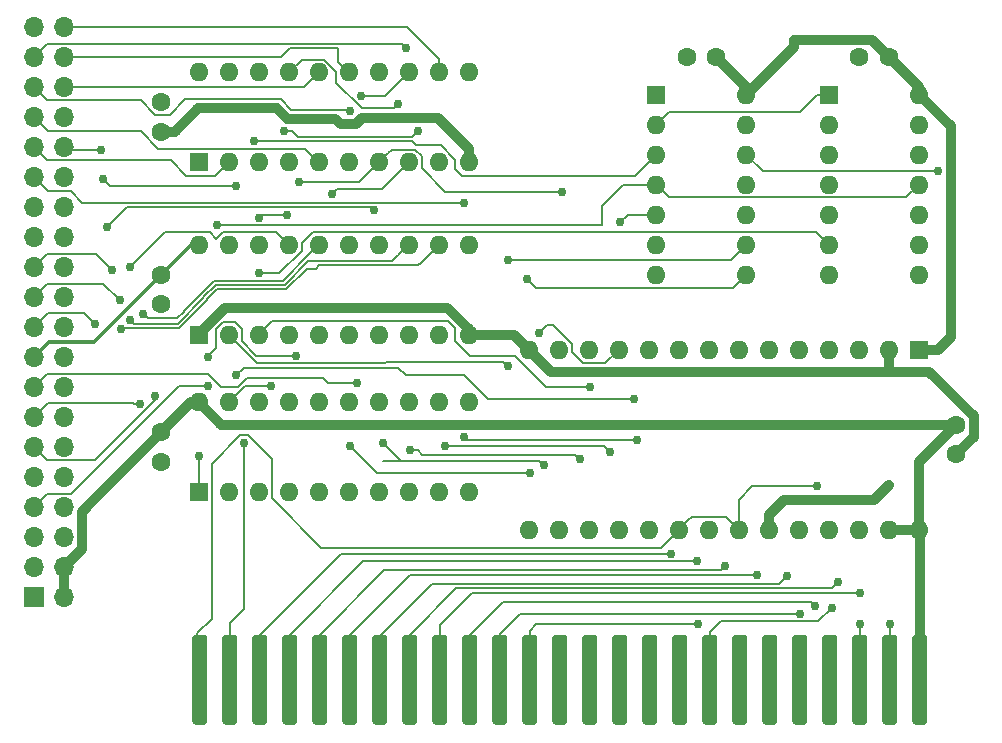
<source format=gbr>
G04 #@! TF.GenerationSoftware,KiCad,Pcbnew,(5.0.2)-1*
G04 #@! TF.CreationDate,2020-12-13T00:41:06-05:00*
G04 #@! TF.ProjectId,Apple2IORPi,4170706c-6532-4494-9f52-50692e6b6963,0.1*
G04 #@! TF.SameCoordinates,Original*
G04 #@! TF.FileFunction,Copper,L1,Top*
G04 #@! TF.FilePolarity,Positive*
%FSLAX46Y46*%
G04 Gerber Fmt 4.6, Leading zero omitted, Abs format (unit mm)*
G04 Created by KiCad (PCBNEW (5.0.2)-1) date 2020-12-13 00:41:06*
%MOMM*%
%LPD*%
G01*
G04 APERTURE LIST*
G04 #@! TA.AperFunction,ComponentPad*
%ADD10C,1.600000*%
G04 #@! TD*
G04 #@! TA.AperFunction,Conductor*
%ADD11C,0.100000*%
G04 #@! TD*
G04 #@! TA.AperFunction,ConnectorPad*
%ADD12C,1.270000*%
G04 #@! TD*
G04 #@! TA.AperFunction,ComponentPad*
%ADD13R,1.600000X1.600000*%
G04 #@! TD*
G04 #@! TA.AperFunction,ComponentPad*
%ADD14O,1.600000X1.600000*%
G04 #@! TD*
G04 #@! TA.AperFunction,ComponentPad*
%ADD15R,1.700000X1.700000*%
G04 #@! TD*
G04 #@! TA.AperFunction,ComponentPad*
%ADD16O,1.700000X1.700000*%
G04 #@! TD*
G04 #@! TA.AperFunction,ViaPad*
%ADD17C,0.762000*%
G04 #@! TD*
G04 #@! TA.AperFunction,Conductor*
%ADD18C,0.177800*%
G04 #@! TD*
G04 #@! TA.AperFunction,Conductor*
%ADD19C,0.812800*%
G04 #@! TD*
G04 #@! TA.AperFunction,Conductor*
%ADD20C,0.355600*%
G04 #@! TD*
G04 APERTURE END LIST*
D10*
G04 #@! TO.P,C6,2*
G04 #@! TO.N,Net-(C1-Pad2)*
X121285000Y-69175000D03*
G04 #@! TO.P,C6,1*
G04 #@! TO.N,Net-(C5-Pad1)*
X121285000Y-66675000D03*
G04 #@! TD*
G04 #@! TO.P,C5,1*
G04 #@! TO.N,Net-(C5-Pad1)*
X121285000Y-81280000D03*
G04 #@! TO.P,C5,2*
G04 #@! TO.N,Net-(C1-Pad2)*
X121285000Y-83780000D03*
G04 #@! TD*
G04 #@! TO.P,C1,2*
G04 #@! TO.N,Net-(C1-Pad2)*
X121285000Y-97115000D03*
G04 #@! TO.P,C1,1*
G04 #@! TO.N,Net-(C1-Pad1)*
X121285000Y-94615000D03*
G04 #@! TD*
D11*
G04 #@! TO.N,Net-(C1-Pad1)*
G04 #@! TO.C,J0*
G36*
X185843621Y-111761529D02*
X185874442Y-111766101D01*
X185904666Y-111773671D01*
X185934003Y-111784168D01*
X185962169Y-111797490D01*
X185988895Y-111813508D01*
X186013921Y-111832069D01*
X186037007Y-111852994D01*
X186057932Y-111876080D01*
X186076493Y-111901106D01*
X186092511Y-111927832D01*
X186105833Y-111955998D01*
X186116330Y-111985335D01*
X186123900Y-112015559D01*
X186128472Y-112046380D01*
X186130001Y-112077500D01*
X186130001Y-119062500D01*
X186128472Y-119093620D01*
X186123900Y-119124441D01*
X186116330Y-119154665D01*
X186105833Y-119184002D01*
X186092511Y-119212168D01*
X186076493Y-119238894D01*
X186057932Y-119263920D01*
X186037007Y-119287006D01*
X186013921Y-119307931D01*
X185988895Y-119326492D01*
X185962169Y-119342510D01*
X185934003Y-119355832D01*
X185904666Y-119366329D01*
X185874442Y-119373899D01*
X185843621Y-119378471D01*
X185812501Y-119380000D01*
X185177501Y-119380000D01*
X185146381Y-119378471D01*
X185115560Y-119373899D01*
X185085336Y-119366329D01*
X185055999Y-119355832D01*
X185027833Y-119342510D01*
X185001107Y-119326492D01*
X184976081Y-119307931D01*
X184952995Y-119287006D01*
X184932070Y-119263920D01*
X184913509Y-119238894D01*
X184897491Y-119212168D01*
X184884169Y-119184002D01*
X184873672Y-119154665D01*
X184866102Y-119124441D01*
X184861530Y-119093620D01*
X184860001Y-119062500D01*
X184860001Y-112077500D01*
X184861530Y-112046380D01*
X184866102Y-112015559D01*
X184873672Y-111985335D01*
X184884169Y-111955998D01*
X184897491Y-111927832D01*
X184913509Y-111901106D01*
X184932070Y-111876080D01*
X184952995Y-111852994D01*
X184976081Y-111832069D01*
X185001107Y-111813508D01*
X185027833Y-111797490D01*
X185055999Y-111784168D01*
X185085336Y-111773671D01*
X185115560Y-111766101D01*
X185146381Y-111761529D01*
X185177501Y-111760000D01*
X185812501Y-111760000D01*
X185843621Y-111761529D01*
X185843621Y-111761529D01*
G37*
D12*
G04 #@! TD*
G04 #@! TO.P,J0,25*
G04 #@! TO.N,Net-(C1-Pad1)*
X185495001Y-115570000D03*
D11*
G04 #@! TO.N,Net-(J0-Pad24)*
G04 #@! TO.C,J0*
G36*
X183303621Y-111761529D02*
X183334442Y-111766101D01*
X183364666Y-111773671D01*
X183394003Y-111784168D01*
X183422169Y-111797490D01*
X183448895Y-111813508D01*
X183473921Y-111832069D01*
X183497007Y-111852994D01*
X183517932Y-111876080D01*
X183536493Y-111901106D01*
X183552511Y-111927832D01*
X183565833Y-111955998D01*
X183576330Y-111985335D01*
X183583900Y-112015559D01*
X183588472Y-112046380D01*
X183590001Y-112077500D01*
X183590001Y-119062500D01*
X183588472Y-119093620D01*
X183583900Y-119124441D01*
X183576330Y-119154665D01*
X183565833Y-119184002D01*
X183552511Y-119212168D01*
X183536493Y-119238894D01*
X183517932Y-119263920D01*
X183497007Y-119287006D01*
X183473921Y-119307931D01*
X183448895Y-119326492D01*
X183422169Y-119342510D01*
X183394003Y-119355832D01*
X183364666Y-119366329D01*
X183334442Y-119373899D01*
X183303621Y-119378471D01*
X183272501Y-119380000D01*
X182637501Y-119380000D01*
X182606381Y-119378471D01*
X182575560Y-119373899D01*
X182545336Y-119366329D01*
X182515999Y-119355832D01*
X182487833Y-119342510D01*
X182461107Y-119326492D01*
X182436081Y-119307931D01*
X182412995Y-119287006D01*
X182392070Y-119263920D01*
X182373509Y-119238894D01*
X182357491Y-119212168D01*
X182344169Y-119184002D01*
X182333672Y-119154665D01*
X182326102Y-119124441D01*
X182321530Y-119093620D01*
X182320001Y-119062500D01*
X182320001Y-112077500D01*
X182321530Y-112046380D01*
X182326102Y-112015559D01*
X182333672Y-111985335D01*
X182344169Y-111955998D01*
X182357491Y-111927832D01*
X182373509Y-111901106D01*
X182392070Y-111876080D01*
X182412995Y-111852994D01*
X182436081Y-111832069D01*
X182461107Y-111813508D01*
X182487833Y-111797490D01*
X182515999Y-111784168D01*
X182545336Y-111773671D01*
X182575560Y-111766101D01*
X182606381Y-111761529D01*
X182637501Y-111760000D01*
X183272501Y-111760000D01*
X183303621Y-111761529D01*
X183303621Y-111761529D01*
G37*
D12*
G04 #@! TD*
G04 #@! TO.P,J0,24*
G04 #@! TO.N,Net-(J0-Pad24)*
X182955001Y-115570000D03*
D11*
G04 #@! TO.N,Net-(J0-Pad23)*
G04 #@! TO.C,J0*
G36*
X180763621Y-111761529D02*
X180794442Y-111766101D01*
X180824666Y-111773671D01*
X180854003Y-111784168D01*
X180882169Y-111797490D01*
X180908895Y-111813508D01*
X180933921Y-111832069D01*
X180957007Y-111852994D01*
X180977932Y-111876080D01*
X180996493Y-111901106D01*
X181012511Y-111927832D01*
X181025833Y-111955998D01*
X181036330Y-111985335D01*
X181043900Y-112015559D01*
X181048472Y-112046380D01*
X181050001Y-112077500D01*
X181050001Y-119062500D01*
X181048472Y-119093620D01*
X181043900Y-119124441D01*
X181036330Y-119154665D01*
X181025833Y-119184002D01*
X181012511Y-119212168D01*
X180996493Y-119238894D01*
X180977932Y-119263920D01*
X180957007Y-119287006D01*
X180933921Y-119307931D01*
X180908895Y-119326492D01*
X180882169Y-119342510D01*
X180854003Y-119355832D01*
X180824666Y-119366329D01*
X180794442Y-119373899D01*
X180763621Y-119378471D01*
X180732501Y-119380000D01*
X180097501Y-119380000D01*
X180066381Y-119378471D01*
X180035560Y-119373899D01*
X180005336Y-119366329D01*
X179975999Y-119355832D01*
X179947833Y-119342510D01*
X179921107Y-119326492D01*
X179896081Y-119307931D01*
X179872995Y-119287006D01*
X179852070Y-119263920D01*
X179833509Y-119238894D01*
X179817491Y-119212168D01*
X179804169Y-119184002D01*
X179793672Y-119154665D01*
X179786102Y-119124441D01*
X179781530Y-119093620D01*
X179780001Y-119062500D01*
X179780001Y-112077500D01*
X179781530Y-112046380D01*
X179786102Y-112015559D01*
X179793672Y-111985335D01*
X179804169Y-111955998D01*
X179817491Y-111927832D01*
X179833509Y-111901106D01*
X179852070Y-111876080D01*
X179872995Y-111852994D01*
X179896081Y-111832069D01*
X179921107Y-111813508D01*
X179947833Y-111797490D01*
X179975999Y-111784168D01*
X180005336Y-111773671D01*
X180035560Y-111766101D01*
X180066381Y-111761529D01*
X180097501Y-111760000D01*
X180732501Y-111760000D01*
X180763621Y-111761529D01*
X180763621Y-111761529D01*
G37*
D12*
G04 #@! TD*
G04 #@! TO.P,J0,23*
G04 #@! TO.N,Net-(J0-Pad23)*
X180415001Y-115570000D03*
D11*
G04 #@! TO.N,Net-(J0-Pad22)*
G04 #@! TO.C,J0*
G36*
X178223621Y-111761529D02*
X178254442Y-111766101D01*
X178284666Y-111773671D01*
X178314003Y-111784168D01*
X178342169Y-111797490D01*
X178368895Y-111813508D01*
X178393921Y-111832069D01*
X178417007Y-111852994D01*
X178437932Y-111876080D01*
X178456493Y-111901106D01*
X178472511Y-111927832D01*
X178485833Y-111955998D01*
X178496330Y-111985335D01*
X178503900Y-112015559D01*
X178508472Y-112046380D01*
X178510001Y-112077500D01*
X178510001Y-119062500D01*
X178508472Y-119093620D01*
X178503900Y-119124441D01*
X178496330Y-119154665D01*
X178485833Y-119184002D01*
X178472511Y-119212168D01*
X178456493Y-119238894D01*
X178437932Y-119263920D01*
X178417007Y-119287006D01*
X178393921Y-119307931D01*
X178368895Y-119326492D01*
X178342169Y-119342510D01*
X178314003Y-119355832D01*
X178284666Y-119366329D01*
X178254442Y-119373899D01*
X178223621Y-119378471D01*
X178192501Y-119380000D01*
X177557501Y-119380000D01*
X177526381Y-119378471D01*
X177495560Y-119373899D01*
X177465336Y-119366329D01*
X177435999Y-119355832D01*
X177407833Y-119342510D01*
X177381107Y-119326492D01*
X177356081Y-119307931D01*
X177332995Y-119287006D01*
X177312070Y-119263920D01*
X177293509Y-119238894D01*
X177277491Y-119212168D01*
X177264169Y-119184002D01*
X177253672Y-119154665D01*
X177246102Y-119124441D01*
X177241530Y-119093620D01*
X177240001Y-119062500D01*
X177240001Y-112077500D01*
X177241530Y-112046380D01*
X177246102Y-112015559D01*
X177253672Y-111985335D01*
X177264169Y-111955998D01*
X177277491Y-111927832D01*
X177293509Y-111901106D01*
X177312070Y-111876080D01*
X177332995Y-111852994D01*
X177356081Y-111832069D01*
X177381107Y-111813508D01*
X177407833Y-111797490D01*
X177435999Y-111784168D01*
X177465336Y-111773671D01*
X177495560Y-111766101D01*
X177526381Y-111761529D01*
X177557501Y-111760000D01*
X178192501Y-111760000D01*
X178223621Y-111761529D01*
X178223621Y-111761529D01*
G37*
D12*
G04 #@! TD*
G04 #@! TO.P,J0,22*
G04 #@! TO.N,Net-(J0-Pad22)*
X177875001Y-115570000D03*
D11*
G04 #@! TO.N,Net-(J0-Pad21)*
G04 #@! TO.C,J0*
G36*
X175683621Y-111761529D02*
X175714442Y-111766101D01*
X175744666Y-111773671D01*
X175774003Y-111784168D01*
X175802169Y-111797490D01*
X175828895Y-111813508D01*
X175853921Y-111832069D01*
X175877007Y-111852994D01*
X175897932Y-111876080D01*
X175916493Y-111901106D01*
X175932511Y-111927832D01*
X175945833Y-111955998D01*
X175956330Y-111985335D01*
X175963900Y-112015559D01*
X175968472Y-112046380D01*
X175970001Y-112077500D01*
X175970001Y-119062500D01*
X175968472Y-119093620D01*
X175963900Y-119124441D01*
X175956330Y-119154665D01*
X175945833Y-119184002D01*
X175932511Y-119212168D01*
X175916493Y-119238894D01*
X175897932Y-119263920D01*
X175877007Y-119287006D01*
X175853921Y-119307931D01*
X175828895Y-119326492D01*
X175802169Y-119342510D01*
X175774003Y-119355832D01*
X175744666Y-119366329D01*
X175714442Y-119373899D01*
X175683621Y-119378471D01*
X175652501Y-119380000D01*
X175017501Y-119380000D01*
X174986381Y-119378471D01*
X174955560Y-119373899D01*
X174925336Y-119366329D01*
X174895999Y-119355832D01*
X174867833Y-119342510D01*
X174841107Y-119326492D01*
X174816081Y-119307931D01*
X174792995Y-119287006D01*
X174772070Y-119263920D01*
X174753509Y-119238894D01*
X174737491Y-119212168D01*
X174724169Y-119184002D01*
X174713672Y-119154665D01*
X174706102Y-119124441D01*
X174701530Y-119093620D01*
X174700001Y-119062500D01*
X174700001Y-112077500D01*
X174701530Y-112046380D01*
X174706102Y-112015559D01*
X174713672Y-111985335D01*
X174724169Y-111955998D01*
X174737491Y-111927832D01*
X174753509Y-111901106D01*
X174772070Y-111876080D01*
X174792995Y-111852994D01*
X174816081Y-111832069D01*
X174841107Y-111813508D01*
X174867833Y-111797490D01*
X174895999Y-111784168D01*
X174925336Y-111773671D01*
X174955560Y-111766101D01*
X174986381Y-111761529D01*
X175017501Y-111760000D01*
X175652501Y-111760000D01*
X175683621Y-111761529D01*
X175683621Y-111761529D01*
G37*
D12*
G04 #@! TD*
G04 #@! TO.P,J0,21*
G04 #@! TO.N,Net-(J0-Pad21)*
X175335001Y-115570000D03*
D11*
G04 #@! TO.N,Net-(J0-Pad20)*
G04 #@! TO.C,J0*
G36*
X173143621Y-111761529D02*
X173174442Y-111766101D01*
X173204666Y-111773671D01*
X173234003Y-111784168D01*
X173262169Y-111797490D01*
X173288895Y-111813508D01*
X173313921Y-111832069D01*
X173337007Y-111852994D01*
X173357932Y-111876080D01*
X173376493Y-111901106D01*
X173392511Y-111927832D01*
X173405833Y-111955998D01*
X173416330Y-111985335D01*
X173423900Y-112015559D01*
X173428472Y-112046380D01*
X173430001Y-112077500D01*
X173430001Y-119062500D01*
X173428472Y-119093620D01*
X173423900Y-119124441D01*
X173416330Y-119154665D01*
X173405833Y-119184002D01*
X173392511Y-119212168D01*
X173376493Y-119238894D01*
X173357932Y-119263920D01*
X173337007Y-119287006D01*
X173313921Y-119307931D01*
X173288895Y-119326492D01*
X173262169Y-119342510D01*
X173234003Y-119355832D01*
X173204666Y-119366329D01*
X173174442Y-119373899D01*
X173143621Y-119378471D01*
X173112501Y-119380000D01*
X172477501Y-119380000D01*
X172446381Y-119378471D01*
X172415560Y-119373899D01*
X172385336Y-119366329D01*
X172355999Y-119355832D01*
X172327833Y-119342510D01*
X172301107Y-119326492D01*
X172276081Y-119307931D01*
X172252995Y-119287006D01*
X172232070Y-119263920D01*
X172213509Y-119238894D01*
X172197491Y-119212168D01*
X172184169Y-119184002D01*
X172173672Y-119154665D01*
X172166102Y-119124441D01*
X172161530Y-119093620D01*
X172160001Y-119062500D01*
X172160001Y-112077500D01*
X172161530Y-112046380D01*
X172166102Y-112015559D01*
X172173672Y-111985335D01*
X172184169Y-111955998D01*
X172197491Y-111927832D01*
X172213509Y-111901106D01*
X172232070Y-111876080D01*
X172252995Y-111852994D01*
X172276081Y-111832069D01*
X172301107Y-111813508D01*
X172327833Y-111797490D01*
X172355999Y-111784168D01*
X172385336Y-111773671D01*
X172415560Y-111766101D01*
X172446381Y-111761529D01*
X172477501Y-111760000D01*
X173112501Y-111760000D01*
X173143621Y-111761529D01*
X173143621Y-111761529D01*
G37*
D12*
G04 #@! TD*
G04 #@! TO.P,J0,20*
G04 #@! TO.N,Net-(J0-Pad20)*
X172795001Y-115570000D03*
D11*
G04 #@! TO.N,Net-(J0-Pad19)*
G04 #@! TO.C,J0*
G36*
X170603621Y-111761529D02*
X170634442Y-111766101D01*
X170664666Y-111773671D01*
X170694003Y-111784168D01*
X170722169Y-111797490D01*
X170748895Y-111813508D01*
X170773921Y-111832069D01*
X170797007Y-111852994D01*
X170817932Y-111876080D01*
X170836493Y-111901106D01*
X170852511Y-111927832D01*
X170865833Y-111955998D01*
X170876330Y-111985335D01*
X170883900Y-112015559D01*
X170888472Y-112046380D01*
X170890001Y-112077500D01*
X170890001Y-119062500D01*
X170888472Y-119093620D01*
X170883900Y-119124441D01*
X170876330Y-119154665D01*
X170865833Y-119184002D01*
X170852511Y-119212168D01*
X170836493Y-119238894D01*
X170817932Y-119263920D01*
X170797007Y-119287006D01*
X170773921Y-119307931D01*
X170748895Y-119326492D01*
X170722169Y-119342510D01*
X170694003Y-119355832D01*
X170664666Y-119366329D01*
X170634442Y-119373899D01*
X170603621Y-119378471D01*
X170572501Y-119380000D01*
X169937501Y-119380000D01*
X169906381Y-119378471D01*
X169875560Y-119373899D01*
X169845336Y-119366329D01*
X169815999Y-119355832D01*
X169787833Y-119342510D01*
X169761107Y-119326492D01*
X169736081Y-119307931D01*
X169712995Y-119287006D01*
X169692070Y-119263920D01*
X169673509Y-119238894D01*
X169657491Y-119212168D01*
X169644169Y-119184002D01*
X169633672Y-119154665D01*
X169626102Y-119124441D01*
X169621530Y-119093620D01*
X169620001Y-119062500D01*
X169620001Y-112077500D01*
X169621530Y-112046380D01*
X169626102Y-112015559D01*
X169633672Y-111985335D01*
X169644169Y-111955998D01*
X169657491Y-111927832D01*
X169673509Y-111901106D01*
X169692070Y-111876080D01*
X169712995Y-111852994D01*
X169736081Y-111832069D01*
X169761107Y-111813508D01*
X169787833Y-111797490D01*
X169815999Y-111784168D01*
X169845336Y-111773671D01*
X169875560Y-111766101D01*
X169906381Y-111761529D01*
X169937501Y-111760000D01*
X170572501Y-111760000D01*
X170603621Y-111761529D01*
X170603621Y-111761529D01*
G37*
D12*
G04 #@! TD*
G04 #@! TO.P,J0,19*
G04 #@! TO.N,Net-(J0-Pad19)*
X170255001Y-115570000D03*
D11*
G04 #@! TO.N,Net-(J0-Pad18)*
G04 #@! TO.C,J0*
G36*
X168063621Y-111761529D02*
X168094442Y-111766101D01*
X168124666Y-111773671D01*
X168154003Y-111784168D01*
X168182169Y-111797490D01*
X168208895Y-111813508D01*
X168233921Y-111832069D01*
X168257007Y-111852994D01*
X168277932Y-111876080D01*
X168296493Y-111901106D01*
X168312511Y-111927832D01*
X168325833Y-111955998D01*
X168336330Y-111985335D01*
X168343900Y-112015559D01*
X168348472Y-112046380D01*
X168350001Y-112077500D01*
X168350001Y-119062500D01*
X168348472Y-119093620D01*
X168343900Y-119124441D01*
X168336330Y-119154665D01*
X168325833Y-119184002D01*
X168312511Y-119212168D01*
X168296493Y-119238894D01*
X168277932Y-119263920D01*
X168257007Y-119287006D01*
X168233921Y-119307931D01*
X168208895Y-119326492D01*
X168182169Y-119342510D01*
X168154003Y-119355832D01*
X168124666Y-119366329D01*
X168094442Y-119373899D01*
X168063621Y-119378471D01*
X168032501Y-119380000D01*
X167397501Y-119380000D01*
X167366381Y-119378471D01*
X167335560Y-119373899D01*
X167305336Y-119366329D01*
X167275999Y-119355832D01*
X167247833Y-119342510D01*
X167221107Y-119326492D01*
X167196081Y-119307931D01*
X167172995Y-119287006D01*
X167152070Y-119263920D01*
X167133509Y-119238894D01*
X167117491Y-119212168D01*
X167104169Y-119184002D01*
X167093672Y-119154665D01*
X167086102Y-119124441D01*
X167081530Y-119093620D01*
X167080001Y-119062500D01*
X167080001Y-112077500D01*
X167081530Y-112046380D01*
X167086102Y-112015559D01*
X167093672Y-111985335D01*
X167104169Y-111955998D01*
X167117491Y-111927832D01*
X167133509Y-111901106D01*
X167152070Y-111876080D01*
X167172995Y-111852994D01*
X167196081Y-111832069D01*
X167221107Y-111813508D01*
X167247833Y-111797490D01*
X167275999Y-111784168D01*
X167305336Y-111773671D01*
X167335560Y-111766101D01*
X167366381Y-111761529D01*
X167397501Y-111760000D01*
X168032501Y-111760000D01*
X168063621Y-111761529D01*
X168063621Y-111761529D01*
G37*
D12*
G04 #@! TD*
G04 #@! TO.P,J0,18*
G04 #@! TO.N,Net-(J0-Pad18)*
X167715001Y-115570000D03*
D11*
G04 #@! TO.N,Net-(J0-Pad17)*
G04 #@! TO.C,J0*
G36*
X165523621Y-111761529D02*
X165554442Y-111766101D01*
X165584666Y-111773671D01*
X165614003Y-111784168D01*
X165642169Y-111797490D01*
X165668895Y-111813508D01*
X165693921Y-111832069D01*
X165717007Y-111852994D01*
X165737932Y-111876080D01*
X165756493Y-111901106D01*
X165772511Y-111927832D01*
X165785833Y-111955998D01*
X165796330Y-111985335D01*
X165803900Y-112015559D01*
X165808472Y-112046380D01*
X165810001Y-112077500D01*
X165810001Y-119062500D01*
X165808472Y-119093620D01*
X165803900Y-119124441D01*
X165796330Y-119154665D01*
X165785833Y-119184002D01*
X165772511Y-119212168D01*
X165756493Y-119238894D01*
X165737932Y-119263920D01*
X165717007Y-119287006D01*
X165693921Y-119307931D01*
X165668895Y-119326492D01*
X165642169Y-119342510D01*
X165614003Y-119355832D01*
X165584666Y-119366329D01*
X165554442Y-119373899D01*
X165523621Y-119378471D01*
X165492501Y-119380000D01*
X164857501Y-119380000D01*
X164826381Y-119378471D01*
X164795560Y-119373899D01*
X164765336Y-119366329D01*
X164735999Y-119355832D01*
X164707833Y-119342510D01*
X164681107Y-119326492D01*
X164656081Y-119307931D01*
X164632995Y-119287006D01*
X164612070Y-119263920D01*
X164593509Y-119238894D01*
X164577491Y-119212168D01*
X164564169Y-119184002D01*
X164553672Y-119154665D01*
X164546102Y-119124441D01*
X164541530Y-119093620D01*
X164540001Y-119062500D01*
X164540001Y-112077500D01*
X164541530Y-112046380D01*
X164546102Y-112015559D01*
X164553672Y-111985335D01*
X164564169Y-111955998D01*
X164577491Y-111927832D01*
X164593509Y-111901106D01*
X164612070Y-111876080D01*
X164632995Y-111852994D01*
X164656081Y-111832069D01*
X164681107Y-111813508D01*
X164707833Y-111797490D01*
X164735999Y-111784168D01*
X164765336Y-111773671D01*
X164795560Y-111766101D01*
X164826381Y-111761529D01*
X164857501Y-111760000D01*
X165492501Y-111760000D01*
X165523621Y-111761529D01*
X165523621Y-111761529D01*
G37*
D12*
G04 #@! TD*
G04 #@! TO.P,J0,17*
G04 #@! TO.N,Net-(J0-Pad17)*
X165175001Y-115570000D03*
D11*
G04 #@! TO.N,Net-(J0-Pad16)*
G04 #@! TO.C,J0*
G36*
X162983621Y-111761529D02*
X163014442Y-111766101D01*
X163044666Y-111773671D01*
X163074003Y-111784168D01*
X163102169Y-111797490D01*
X163128895Y-111813508D01*
X163153921Y-111832069D01*
X163177007Y-111852994D01*
X163197932Y-111876080D01*
X163216493Y-111901106D01*
X163232511Y-111927832D01*
X163245833Y-111955998D01*
X163256330Y-111985335D01*
X163263900Y-112015559D01*
X163268472Y-112046380D01*
X163270001Y-112077500D01*
X163270001Y-119062500D01*
X163268472Y-119093620D01*
X163263900Y-119124441D01*
X163256330Y-119154665D01*
X163245833Y-119184002D01*
X163232511Y-119212168D01*
X163216493Y-119238894D01*
X163197932Y-119263920D01*
X163177007Y-119287006D01*
X163153921Y-119307931D01*
X163128895Y-119326492D01*
X163102169Y-119342510D01*
X163074003Y-119355832D01*
X163044666Y-119366329D01*
X163014442Y-119373899D01*
X162983621Y-119378471D01*
X162952501Y-119380000D01*
X162317501Y-119380000D01*
X162286381Y-119378471D01*
X162255560Y-119373899D01*
X162225336Y-119366329D01*
X162195999Y-119355832D01*
X162167833Y-119342510D01*
X162141107Y-119326492D01*
X162116081Y-119307931D01*
X162092995Y-119287006D01*
X162072070Y-119263920D01*
X162053509Y-119238894D01*
X162037491Y-119212168D01*
X162024169Y-119184002D01*
X162013672Y-119154665D01*
X162006102Y-119124441D01*
X162001530Y-119093620D01*
X162000001Y-119062500D01*
X162000001Y-112077500D01*
X162001530Y-112046380D01*
X162006102Y-112015559D01*
X162013672Y-111985335D01*
X162024169Y-111955998D01*
X162037491Y-111927832D01*
X162053509Y-111901106D01*
X162072070Y-111876080D01*
X162092995Y-111852994D01*
X162116081Y-111832069D01*
X162141107Y-111813508D01*
X162167833Y-111797490D01*
X162195999Y-111784168D01*
X162225336Y-111773671D01*
X162255560Y-111766101D01*
X162286381Y-111761529D01*
X162317501Y-111760000D01*
X162952501Y-111760000D01*
X162983621Y-111761529D01*
X162983621Y-111761529D01*
G37*
D12*
G04 #@! TD*
G04 #@! TO.P,J0,16*
G04 #@! TO.N,Net-(J0-Pad16)*
X162635001Y-115570000D03*
D11*
G04 #@! TO.N,Net-(J0-Pad15)*
G04 #@! TO.C,J0*
G36*
X160443621Y-111761529D02*
X160474442Y-111766101D01*
X160504666Y-111773671D01*
X160534003Y-111784168D01*
X160562169Y-111797490D01*
X160588895Y-111813508D01*
X160613921Y-111832069D01*
X160637007Y-111852994D01*
X160657932Y-111876080D01*
X160676493Y-111901106D01*
X160692511Y-111927832D01*
X160705833Y-111955998D01*
X160716330Y-111985335D01*
X160723900Y-112015559D01*
X160728472Y-112046380D01*
X160730001Y-112077500D01*
X160730001Y-119062500D01*
X160728472Y-119093620D01*
X160723900Y-119124441D01*
X160716330Y-119154665D01*
X160705833Y-119184002D01*
X160692511Y-119212168D01*
X160676493Y-119238894D01*
X160657932Y-119263920D01*
X160637007Y-119287006D01*
X160613921Y-119307931D01*
X160588895Y-119326492D01*
X160562169Y-119342510D01*
X160534003Y-119355832D01*
X160504666Y-119366329D01*
X160474442Y-119373899D01*
X160443621Y-119378471D01*
X160412501Y-119380000D01*
X159777501Y-119380000D01*
X159746381Y-119378471D01*
X159715560Y-119373899D01*
X159685336Y-119366329D01*
X159655999Y-119355832D01*
X159627833Y-119342510D01*
X159601107Y-119326492D01*
X159576081Y-119307931D01*
X159552995Y-119287006D01*
X159532070Y-119263920D01*
X159513509Y-119238894D01*
X159497491Y-119212168D01*
X159484169Y-119184002D01*
X159473672Y-119154665D01*
X159466102Y-119124441D01*
X159461530Y-119093620D01*
X159460001Y-119062500D01*
X159460001Y-112077500D01*
X159461530Y-112046380D01*
X159466102Y-112015559D01*
X159473672Y-111985335D01*
X159484169Y-111955998D01*
X159497491Y-111927832D01*
X159513509Y-111901106D01*
X159532070Y-111876080D01*
X159552995Y-111852994D01*
X159576081Y-111832069D01*
X159601107Y-111813508D01*
X159627833Y-111797490D01*
X159655999Y-111784168D01*
X159685336Y-111773671D01*
X159715560Y-111766101D01*
X159746381Y-111761529D01*
X159777501Y-111760000D01*
X160412501Y-111760000D01*
X160443621Y-111761529D01*
X160443621Y-111761529D01*
G37*
D12*
G04 #@! TD*
G04 #@! TO.P,J0,15*
G04 #@! TO.N,Net-(J0-Pad15)*
X160095001Y-115570000D03*
D11*
G04 #@! TO.N,Net-(J0-Pad14)*
G04 #@! TO.C,J0*
G36*
X157903621Y-111761529D02*
X157934442Y-111766101D01*
X157964666Y-111773671D01*
X157994003Y-111784168D01*
X158022169Y-111797490D01*
X158048895Y-111813508D01*
X158073921Y-111832069D01*
X158097007Y-111852994D01*
X158117932Y-111876080D01*
X158136493Y-111901106D01*
X158152511Y-111927832D01*
X158165833Y-111955998D01*
X158176330Y-111985335D01*
X158183900Y-112015559D01*
X158188472Y-112046380D01*
X158190001Y-112077500D01*
X158190001Y-119062500D01*
X158188472Y-119093620D01*
X158183900Y-119124441D01*
X158176330Y-119154665D01*
X158165833Y-119184002D01*
X158152511Y-119212168D01*
X158136493Y-119238894D01*
X158117932Y-119263920D01*
X158097007Y-119287006D01*
X158073921Y-119307931D01*
X158048895Y-119326492D01*
X158022169Y-119342510D01*
X157994003Y-119355832D01*
X157964666Y-119366329D01*
X157934442Y-119373899D01*
X157903621Y-119378471D01*
X157872501Y-119380000D01*
X157237501Y-119380000D01*
X157206381Y-119378471D01*
X157175560Y-119373899D01*
X157145336Y-119366329D01*
X157115999Y-119355832D01*
X157087833Y-119342510D01*
X157061107Y-119326492D01*
X157036081Y-119307931D01*
X157012995Y-119287006D01*
X156992070Y-119263920D01*
X156973509Y-119238894D01*
X156957491Y-119212168D01*
X156944169Y-119184002D01*
X156933672Y-119154665D01*
X156926102Y-119124441D01*
X156921530Y-119093620D01*
X156920001Y-119062500D01*
X156920001Y-112077500D01*
X156921530Y-112046380D01*
X156926102Y-112015559D01*
X156933672Y-111985335D01*
X156944169Y-111955998D01*
X156957491Y-111927832D01*
X156973509Y-111901106D01*
X156992070Y-111876080D01*
X157012995Y-111852994D01*
X157036081Y-111832069D01*
X157061107Y-111813508D01*
X157087833Y-111797490D01*
X157115999Y-111784168D01*
X157145336Y-111773671D01*
X157175560Y-111766101D01*
X157206381Y-111761529D01*
X157237501Y-111760000D01*
X157872501Y-111760000D01*
X157903621Y-111761529D01*
X157903621Y-111761529D01*
G37*
D12*
G04 #@! TD*
G04 #@! TO.P,J0,14*
G04 #@! TO.N,Net-(J0-Pad14)*
X157555001Y-115570000D03*
D11*
G04 #@! TO.N,Net-(J0-Pad13)*
G04 #@! TO.C,J0*
G36*
X155363621Y-111761529D02*
X155394442Y-111766101D01*
X155424666Y-111773671D01*
X155454003Y-111784168D01*
X155482169Y-111797490D01*
X155508895Y-111813508D01*
X155533921Y-111832069D01*
X155557007Y-111852994D01*
X155577932Y-111876080D01*
X155596493Y-111901106D01*
X155612511Y-111927832D01*
X155625833Y-111955998D01*
X155636330Y-111985335D01*
X155643900Y-112015559D01*
X155648472Y-112046380D01*
X155650001Y-112077500D01*
X155650001Y-119062500D01*
X155648472Y-119093620D01*
X155643900Y-119124441D01*
X155636330Y-119154665D01*
X155625833Y-119184002D01*
X155612511Y-119212168D01*
X155596493Y-119238894D01*
X155577932Y-119263920D01*
X155557007Y-119287006D01*
X155533921Y-119307931D01*
X155508895Y-119326492D01*
X155482169Y-119342510D01*
X155454003Y-119355832D01*
X155424666Y-119366329D01*
X155394442Y-119373899D01*
X155363621Y-119378471D01*
X155332501Y-119380000D01*
X154697501Y-119380000D01*
X154666381Y-119378471D01*
X154635560Y-119373899D01*
X154605336Y-119366329D01*
X154575999Y-119355832D01*
X154547833Y-119342510D01*
X154521107Y-119326492D01*
X154496081Y-119307931D01*
X154472995Y-119287006D01*
X154452070Y-119263920D01*
X154433509Y-119238894D01*
X154417491Y-119212168D01*
X154404169Y-119184002D01*
X154393672Y-119154665D01*
X154386102Y-119124441D01*
X154381530Y-119093620D01*
X154380001Y-119062500D01*
X154380001Y-112077500D01*
X154381530Y-112046380D01*
X154386102Y-112015559D01*
X154393672Y-111985335D01*
X154404169Y-111955998D01*
X154417491Y-111927832D01*
X154433509Y-111901106D01*
X154452070Y-111876080D01*
X154472995Y-111852994D01*
X154496081Y-111832069D01*
X154521107Y-111813508D01*
X154547833Y-111797490D01*
X154575999Y-111784168D01*
X154605336Y-111773671D01*
X154635560Y-111766101D01*
X154666381Y-111761529D01*
X154697501Y-111760000D01*
X155332501Y-111760000D01*
X155363621Y-111761529D01*
X155363621Y-111761529D01*
G37*
D12*
G04 #@! TD*
G04 #@! TO.P,J0,13*
G04 #@! TO.N,Net-(J0-Pad13)*
X155015001Y-115570000D03*
D11*
G04 #@! TO.N,Net-(J0-Pad12)*
G04 #@! TO.C,J0*
G36*
X152823621Y-111761529D02*
X152854442Y-111766101D01*
X152884666Y-111773671D01*
X152914003Y-111784168D01*
X152942169Y-111797490D01*
X152968895Y-111813508D01*
X152993921Y-111832069D01*
X153017007Y-111852994D01*
X153037932Y-111876080D01*
X153056493Y-111901106D01*
X153072511Y-111927832D01*
X153085833Y-111955998D01*
X153096330Y-111985335D01*
X153103900Y-112015559D01*
X153108472Y-112046380D01*
X153110001Y-112077500D01*
X153110001Y-119062500D01*
X153108472Y-119093620D01*
X153103900Y-119124441D01*
X153096330Y-119154665D01*
X153085833Y-119184002D01*
X153072511Y-119212168D01*
X153056493Y-119238894D01*
X153037932Y-119263920D01*
X153017007Y-119287006D01*
X152993921Y-119307931D01*
X152968895Y-119326492D01*
X152942169Y-119342510D01*
X152914003Y-119355832D01*
X152884666Y-119366329D01*
X152854442Y-119373899D01*
X152823621Y-119378471D01*
X152792501Y-119380000D01*
X152157501Y-119380000D01*
X152126381Y-119378471D01*
X152095560Y-119373899D01*
X152065336Y-119366329D01*
X152035999Y-119355832D01*
X152007833Y-119342510D01*
X151981107Y-119326492D01*
X151956081Y-119307931D01*
X151932995Y-119287006D01*
X151912070Y-119263920D01*
X151893509Y-119238894D01*
X151877491Y-119212168D01*
X151864169Y-119184002D01*
X151853672Y-119154665D01*
X151846102Y-119124441D01*
X151841530Y-119093620D01*
X151840001Y-119062500D01*
X151840001Y-112077500D01*
X151841530Y-112046380D01*
X151846102Y-112015559D01*
X151853672Y-111985335D01*
X151864169Y-111955998D01*
X151877491Y-111927832D01*
X151893509Y-111901106D01*
X151912070Y-111876080D01*
X151932995Y-111852994D01*
X151956081Y-111832069D01*
X151981107Y-111813508D01*
X152007833Y-111797490D01*
X152035999Y-111784168D01*
X152065336Y-111773671D01*
X152095560Y-111766101D01*
X152126381Y-111761529D01*
X152157501Y-111760000D01*
X152792501Y-111760000D01*
X152823621Y-111761529D01*
X152823621Y-111761529D01*
G37*
D12*
G04 #@! TD*
G04 #@! TO.P,J0,12*
G04 #@! TO.N,Net-(J0-Pad12)*
X152475001Y-115570000D03*
D11*
G04 #@! TO.N,Net-(J0-Pad11)*
G04 #@! TO.C,J0*
G36*
X150283621Y-111761529D02*
X150314442Y-111766101D01*
X150344666Y-111773671D01*
X150374003Y-111784168D01*
X150402169Y-111797490D01*
X150428895Y-111813508D01*
X150453921Y-111832069D01*
X150477007Y-111852994D01*
X150497932Y-111876080D01*
X150516493Y-111901106D01*
X150532511Y-111927832D01*
X150545833Y-111955998D01*
X150556330Y-111985335D01*
X150563900Y-112015559D01*
X150568472Y-112046380D01*
X150570001Y-112077500D01*
X150570001Y-119062500D01*
X150568472Y-119093620D01*
X150563900Y-119124441D01*
X150556330Y-119154665D01*
X150545833Y-119184002D01*
X150532511Y-119212168D01*
X150516493Y-119238894D01*
X150497932Y-119263920D01*
X150477007Y-119287006D01*
X150453921Y-119307931D01*
X150428895Y-119326492D01*
X150402169Y-119342510D01*
X150374003Y-119355832D01*
X150344666Y-119366329D01*
X150314442Y-119373899D01*
X150283621Y-119378471D01*
X150252501Y-119380000D01*
X149617501Y-119380000D01*
X149586381Y-119378471D01*
X149555560Y-119373899D01*
X149525336Y-119366329D01*
X149495999Y-119355832D01*
X149467833Y-119342510D01*
X149441107Y-119326492D01*
X149416081Y-119307931D01*
X149392995Y-119287006D01*
X149372070Y-119263920D01*
X149353509Y-119238894D01*
X149337491Y-119212168D01*
X149324169Y-119184002D01*
X149313672Y-119154665D01*
X149306102Y-119124441D01*
X149301530Y-119093620D01*
X149300001Y-119062500D01*
X149300001Y-112077500D01*
X149301530Y-112046380D01*
X149306102Y-112015559D01*
X149313672Y-111985335D01*
X149324169Y-111955998D01*
X149337491Y-111927832D01*
X149353509Y-111901106D01*
X149372070Y-111876080D01*
X149392995Y-111852994D01*
X149416081Y-111832069D01*
X149441107Y-111813508D01*
X149467833Y-111797490D01*
X149495999Y-111784168D01*
X149525336Y-111773671D01*
X149555560Y-111766101D01*
X149586381Y-111761529D01*
X149617501Y-111760000D01*
X150252501Y-111760000D01*
X150283621Y-111761529D01*
X150283621Y-111761529D01*
G37*
D12*
G04 #@! TD*
G04 #@! TO.P,J0,11*
G04 #@! TO.N,Net-(J0-Pad11)*
X149935001Y-115570000D03*
D11*
G04 #@! TO.N,Net-(J0-Pad10)*
G04 #@! TO.C,J0*
G36*
X147743621Y-111761529D02*
X147774442Y-111766101D01*
X147804666Y-111773671D01*
X147834003Y-111784168D01*
X147862169Y-111797490D01*
X147888895Y-111813508D01*
X147913921Y-111832069D01*
X147937007Y-111852994D01*
X147957932Y-111876080D01*
X147976493Y-111901106D01*
X147992511Y-111927832D01*
X148005833Y-111955998D01*
X148016330Y-111985335D01*
X148023900Y-112015559D01*
X148028472Y-112046380D01*
X148030001Y-112077500D01*
X148030001Y-119062500D01*
X148028472Y-119093620D01*
X148023900Y-119124441D01*
X148016330Y-119154665D01*
X148005833Y-119184002D01*
X147992511Y-119212168D01*
X147976493Y-119238894D01*
X147957932Y-119263920D01*
X147937007Y-119287006D01*
X147913921Y-119307931D01*
X147888895Y-119326492D01*
X147862169Y-119342510D01*
X147834003Y-119355832D01*
X147804666Y-119366329D01*
X147774442Y-119373899D01*
X147743621Y-119378471D01*
X147712501Y-119380000D01*
X147077501Y-119380000D01*
X147046381Y-119378471D01*
X147015560Y-119373899D01*
X146985336Y-119366329D01*
X146955999Y-119355832D01*
X146927833Y-119342510D01*
X146901107Y-119326492D01*
X146876081Y-119307931D01*
X146852995Y-119287006D01*
X146832070Y-119263920D01*
X146813509Y-119238894D01*
X146797491Y-119212168D01*
X146784169Y-119184002D01*
X146773672Y-119154665D01*
X146766102Y-119124441D01*
X146761530Y-119093620D01*
X146760001Y-119062500D01*
X146760001Y-112077500D01*
X146761530Y-112046380D01*
X146766102Y-112015559D01*
X146773672Y-111985335D01*
X146784169Y-111955998D01*
X146797491Y-111927832D01*
X146813509Y-111901106D01*
X146832070Y-111876080D01*
X146852995Y-111852994D01*
X146876081Y-111832069D01*
X146901107Y-111813508D01*
X146927833Y-111797490D01*
X146955999Y-111784168D01*
X146985336Y-111773671D01*
X147015560Y-111766101D01*
X147046381Y-111761529D01*
X147077501Y-111760000D01*
X147712501Y-111760000D01*
X147743621Y-111761529D01*
X147743621Y-111761529D01*
G37*
D12*
G04 #@! TD*
G04 #@! TO.P,J0,10*
G04 #@! TO.N,Net-(J0-Pad10)*
X147395001Y-115570000D03*
D11*
G04 #@! TO.N,Net-(J0-Pad9)*
G04 #@! TO.C,J0*
G36*
X145203621Y-111761529D02*
X145234442Y-111766101D01*
X145264666Y-111773671D01*
X145294003Y-111784168D01*
X145322169Y-111797490D01*
X145348895Y-111813508D01*
X145373921Y-111832069D01*
X145397007Y-111852994D01*
X145417932Y-111876080D01*
X145436493Y-111901106D01*
X145452511Y-111927832D01*
X145465833Y-111955998D01*
X145476330Y-111985335D01*
X145483900Y-112015559D01*
X145488472Y-112046380D01*
X145490001Y-112077500D01*
X145490001Y-119062500D01*
X145488472Y-119093620D01*
X145483900Y-119124441D01*
X145476330Y-119154665D01*
X145465833Y-119184002D01*
X145452511Y-119212168D01*
X145436493Y-119238894D01*
X145417932Y-119263920D01*
X145397007Y-119287006D01*
X145373921Y-119307931D01*
X145348895Y-119326492D01*
X145322169Y-119342510D01*
X145294003Y-119355832D01*
X145264666Y-119366329D01*
X145234442Y-119373899D01*
X145203621Y-119378471D01*
X145172501Y-119380000D01*
X144537501Y-119380000D01*
X144506381Y-119378471D01*
X144475560Y-119373899D01*
X144445336Y-119366329D01*
X144415999Y-119355832D01*
X144387833Y-119342510D01*
X144361107Y-119326492D01*
X144336081Y-119307931D01*
X144312995Y-119287006D01*
X144292070Y-119263920D01*
X144273509Y-119238894D01*
X144257491Y-119212168D01*
X144244169Y-119184002D01*
X144233672Y-119154665D01*
X144226102Y-119124441D01*
X144221530Y-119093620D01*
X144220001Y-119062500D01*
X144220001Y-112077500D01*
X144221530Y-112046380D01*
X144226102Y-112015559D01*
X144233672Y-111985335D01*
X144244169Y-111955998D01*
X144257491Y-111927832D01*
X144273509Y-111901106D01*
X144292070Y-111876080D01*
X144312995Y-111852994D01*
X144336081Y-111832069D01*
X144361107Y-111813508D01*
X144387833Y-111797490D01*
X144415999Y-111784168D01*
X144445336Y-111773671D01*
X144475560Y-111766101D01*
X144506381Y-111761529D01*
X144537501Y-111760000D01*
X145172501Y-111760000D01*
X145203621Y-111761529D01*
X145203621Y-111761529D01*
G37*
D12*
G04 #@! TD*
G04 #@! TO.P,J0,9*
G04 #@! TO.N,Net-(J0-Pad9)*
X144855001Y-115570000D03*
D11*
G04 #@! TO.N,Net-(J0-Pad8)*
G04 #@! TO.C,J0*
G36*
X142663621Y-111761529D02*
X142694442Y-111766101D01*
X142724666Y-111773671D01*
X142754003Y-111784168D01*
X142782169Y-111797490D01*
X142808895Y-111813508D01*
X142833921Y-111832069D01*
X142857007Y-111852994D01*
X142877932Y-111876080D01*
X142896493Y-111901106D01*
X142912511Y-111927832D01*
X142925833Y-111955998D01*
X142936330Y-111985335D01*
X142943900Y-112015559D01*
X142948472Y-112046380D01*
X142950001Y-112077500D01*
X142950001Y-119062500D01*
X142948472Y-119093620D01*
X142943900Y-119124441D01*
X142936330Y-119154665D01*
X142925833Y-119184002D01*
X142912511Y-119212168D01*
X142896493Y-119238894D01*
X142877932Y-119263920D01*
X142857007Y-119287006D01*
X142833921Y-119307931D01*
X142808895Y-119326492D01*
X142782169Y-119342510D01*
X142754003Y-119355832D01*
X142724666Y-119366329D01*
X142694442Y-119373899D01*
X142663621Y-119378471D01*
X142632501Y-119380000D01*
X141997501Y-119380000D01*
X141966381Y-119378471D01*
X141935560Y-119373899D01*
X141905336Y-119366329D01*
X141875999Y-119355832D01*
X141847833Y-119342510D01*
X141821107Y-119326492D01*
X141796081Y-119307931D01*
X141772995Y-119287006D01*
X141752070Y-119263920D01*
X141733509Y-119238894D01*
X141717491Y-119212168D01*
X141704169Y-119184002D01*
X141693672Y-119154665D01*
X141686102Y-119124441D01*
X141681530Y-119093620D01*
X141680001Y-119062500D01*
X141680001Y-112077500D01*
X141681530Y-112046380D01*
X141686102Y-112015559D01*
X141693672Y-111985335D01*
X141704169Y-111955998D01*
X141717491Y-111927832D01*
X141733509Y-111901106D01*
X141752070Y-111876080D01*
X141772995Y-111852994D01*
X141796081Y-111832069D01*
X141821107Y-111813508D01*
X141847833Y-111797490D01*
X141875999Y-111784168D01*
X141905336Y-111773671D01*
X141935560Y-111766101D01*
X141966381Y-111761529D01*
X141997501Y-111760000D01*
X142632501Y-111760000D01*
X142663621Y-111761529D01*
X142663621Y-111761529D01*
G37*
D12*
G04 #@! TD*
G04 #@! TO.P,J0,8*
G04 #@! TO.N,Net-(J0-Pad8)*
X142315001Y-115570000D03*
D11*
G04 #@! TO.N,Net-(J0-Pad7)*
G04 #@! TO.C,J0*
G36*
X140123621Y-111761529D02*
X140154442Y-111766101D01*
X140184666Y-111773671D01*
X140214003Y-111784168D01*
X140242169Y-111797490D01*
X140268895Y-111813508D01*
X140293921Y-111832069D01*
X140317007Y-111852994D01*
X140337932Y-111876080D01*
X140356493Y-111901106D01*
X140372511Y-111927832D01*
X140385833Y-111955998D01*
X140396330Y-111985335D01*
X140403900Y-112015559D01*
X140408472Y-112046380D01*
X140410001Y-112077500D01*
X140410001Y-119062500D01*
X140408472Y-119093620D01*
X140403900Y-119124441D01*
X140396330Y-119154665D01*
X140385833Y-119184002D01*
X140372511Y-119212168D01*
X140356493Y-119238894D01*
X140337932Y-119263920D01*
X140317007Y-119287006D01*
X140293921Y-119307931D01*
X140268895Y-119326492D01*
X140242169Y-119342510D01*
X140214003Y-119355832D01*
X140184666Y-119366329D01*
X140154442Y-119373899D01*
X140123621Y-119378471D01*
X140092501Y-119380000D01*
X139457501Y-119380000D01*
X139426381Y-119378471D01*
X139395560Y-119373899D01*
X139365336Y-119366329D01*
X139335999Y-119355832D01*
X139307833Y-119342510D01*
X139281107Y-119326492D01*
X139256081Y-119307931D01*
X139232995Y-119287006D01*
X139212070Y-119263920D01*
X139193509Y-119238894D01*
X139177491Y-119212168D01*
X139164169Y-119184002D01*
X139153672Y-119154665D01*
X139146102Y-119124441D01*
X139141530Y-119093620D01*
X139140001Y-119062500D01*
X139140001Y-112077500D01*
X139141530Y-112046380D01*
X139146102Y-112015559D01*
X139153672Y-111985335D01*
X139164169Y-111955998D01*
X139177491Y-111927832D01*
X139193509Y-111901106D01*
X139212070Y-111876080D01*
X139232995Y-111852994D01*
X139256081Y-111832069D01*
X139281107Y-111813508D01*
X139307833Y-111797490D01*
X139335999Y-111784168D01*
X139365336Y-111773671D01*
X139395560Y-111766101D01*
X139426381Y-111761529D01*
X139457501Y-111760000D01*
X140092501Y-111760000D01*
X140123621Y-111761529D01*
X140123621Y-111761529D01*
G37*
D12*
G04 #@! TD*
G04 #@! TO.P,J0,7*
G04 #@! TO.N,Net-(J0-Pad7)*
X139775001Y-115570000D03*
D11*
G04 #@! TO.N,Net-(J0-Pad6)*
G04 #@! TO.C,J0*
G36*
X137583621Y-111761529D02*
X137614442Y-111766101D01*
X137644666Y-111773671D01*
X137674003Y-111784168D01*
X137702169Y-111797490D01*
X137728895Y-111813508D01*
X137753921Y-111832069D01*
X137777007Y-111852994D01*
X137797932Y-111876080D01*
X137816493Y-111901106D01*
X137832511Y-111927832D01*
X137845833Y-111955998D01*
X137856330Y-111985335D01*
X137863900Y-112015559D01*
X137868472Y-112046380D01*
X137870001Y-112077500D01*
X137870001Y-119062500D01*
X137868472Y-119093620D01*
X137863900Y-119124441D01*
X137856330Y-119154665D01*
X137845833Y-119184002D01*
X137832511Y-119212168D01*
X137816493Y-119238894D01*
X137797932Y-119263920D01*
X137777007Y-119287006D01*
X137753921Y-119307931D01*
X137728895Y-119326492D01*
X137702169Y-119342510D01*
X137674003Y-119355832D01*
X137644666Y-119366329D01*
X137614442Y-119373899D01*
X137583621Y-119378471D01*
X137552501Y-119380000D01*
X136917501Y-119380000D01*
X136886381Y-119378471D01*
X136855560Y-119373899D01*
X136825336Y-119366329D01*
X136795999Y-119355832D01*
X136767833Y-119342510D01*
X136741107Y-119326492D01*
X136716081Y-119307931D01*
X136692995Y-119287006D01*
X136672070Y-119263920D01*
X136653509Y-119238894D01*
X136637491Y-119212168D01*
X136624169Y-119184002D01*
X136613672Y-119154665D01*
X136606102Y-119124441D01*
X136601530Y-119093620D01*
X136600001Y-119062500D01*
X136600001Y-112077500D01*
X136601530Y-112046380D01*
X136606102Y-112015559D01*
X136613672Y-111985335D01*
X136624169Y-111955998D01*
X136637491Y-111927832D01*
X136653509Y-111901106D01*
X136672070Y-111876080D01*
X136692995Y-111852994D01*
X136716081Y-111832069D01*
X136741107Y-111813508D01*
X136767833Y-111797490D01*
X136795999Y-111784168D01*
X136825336Y-111773671D01*
X136855560Y-111766101D01*
X136886381Y-111761529D01*
X136917501Y-111760000D01*
X137552501Y-111760000D01*
X137583621Y-111761529D01*
X137583621Y-111761529D01*
G37*
D12*
G04 #@! TD*
G04 #@! TO.P,J0,6*
G04 #@! TO.N,Net-(J0-Pad6)*
X137235001Y-115570000D03*
D11*
G04 #@! TO.N,Net-(J0-Pad5)*
G04 #@! TO.C,J0*
G36*
X135043621Y-111761529D02*
X135074442Y-111766101D01*
X135104666Y-111773671D01*
X135134003Y-111784168D01*
X135162169Y-111797490D01*
X135188895Y-111813508D01*
X135213921Y-111832069D01*
X135237007Y-111852994D01*
X135257932Y-111876080D01*
X135276493Y-111901106D01*
X135292511Y-111927832D01*
X135305833Y-111955998D01*
X135316330Y-111985335D01*
X135323900Y-112015559D01*
X135328472Y-112046380D01*
X135330001Y-112077500D01*
X135330001Y-119062500D01*
X135328472Y-119093620D01*
X135323900Y-119124441D01*
X135316330Y-119154665D01*
X135305833Y-119184002D01*
X135292511Y-119212168D01*
X135276493Y-119238894D01*
X135257932Y-119263920D01*
X135237007Y-119287006D01*
X135213921Y-119307931D01*
X135188895Y-119326492D01*
X135162169Y-119342510D01*
X135134003Y-119355832D01*
X135104666Y-119366329D01*
X135074442Y-119373899D01*
X135043621Y-119378471D01*
X135012501Y-119380000D01*
X134377501Y-119380000D01*
X134346381Y-119378471D01*
X134315560Y-119373899D01*
X134285336Y-119366329D01*
X134255999Y-119355832D01*
X134227833Y-119342510D01*
X134201107Y-119326492D01*
X134176081Y-119307931D01*
X134152995Y-119287006D01*
X134132070Y-119263920D01*
X134113509Y-119238894D01*
X134097491Y-119212168D01*
X134084169Y-119184002D01*
X134073672Y-119154665D01*
X134066102Y-119124441D01*
X134061530Y-119093620D01*
X134060001Y-119062500D01*
X134060001Y-112077500D01*
X134061530Y-112046380D01*
X134066102Y-112015559D01*
X134073672Y-111985335D01*
X134084169Y-111955998D01*
X134097491Y-111927832D01*
X134113509Y-111901106D01*
X134132070Y-111876080D01*
X134152995Y-111852994D01*
X134176081Y-111832069D01*
X134201107Y-111813508D01*
X134227833Y-111797490D01*
X134255999Y-111784168D01*
X134285336Y-111773671D01*
X134315560Y-111766101D01*
X134346381Y-111761529D01*
X134377501Y-111760000D01*
X135012501Y-111760000D01*
X135043621Y-111761529D01*
X135043621Y-111761529D01*
G37*
D12*
G04 #@! TD*
G04 #@! TO.P,J0,5*
G04 #@! TO.N,Net-(J0-Pad5)*
X134695001Y-115570000D03*
D11*
G04 #@! TO.N,Net-(J0-Pad4)*
G04 #@! TO.C,J0*
G36*
X132503621Y-111761529D02*
X132534442Y-111766101D01*
X132564666Y-111773671D01*
X132594003Y-111784168D01*
X132622169Y-111797490D01*
X132648895Y-111813508D01*
X132673921Y-111832069D01*
X132697007Y-111852994D01*
X132717932Y-111876080D01*
X132736493Y-111901106D01*
X132752511Y-111927832D01*
X132765833Y-111955998D01*
X132776330Y-111985335D01*
X132783900Y-112015559D01*
X132788472Y-112046380D01*
X132790001Y-112077500D01*
X132790001Y-119062500D01*
X132788472Y-119093620D01*
X132783900Y-119124441D01*
X132776330Y-119154665D01*
X132765833Y-119184002D01*
X132752511Y-119212168D01*
X132736493Y-119238894D01*
X132717932Y-119263920D01*
X132697007Y-119287006D01*
X132673921Y-119307931D01*
X132648895Y-119326492D01*
X132622169Y-119342510D01*
X132594003Y-119355832D01*
X132564666Y-119366329D01*
X132534442Y-119373899D01*
X132503621Y-119378471D01*
X132472501Y-119380000D01*
X131837501Y-119380000D01*
X131806381Y-119378471D01*
X131775560Y-119373899D01*
X131745336Y-119366329D01*
X131715999Y-119355832D01*
X131687833Y-119342510D01*
X131661107Y-119326492D01*
X131636081Y-119307931D01*
X131612995Y-119287006D01*
X131592070Y-119263920D01*
X131573509Y-119238894D01*
X131557491Y-119212168D01*
X131544169Y-119184002D01*
X131533672Y-119154665D01*
X131526102Y-119124441D01*
X131521530Y-119093620D01*
X131520001Y-119062500D01*
X131520001Y-112077500D01*
X131521530Y-112046380D01*
X131526102Y-112015559D01*
X131533672Y-111985335D01*
X131544169Y-111955998D01*
X131557491Y-111927832D01*
X131573509Y-111901106D01*
X131592070Y-111876080D01*
X131612995Y-111852994D01*
X131636081Y-111832069D01*
X131661107Y-111813508D01*
X131687833Y-111797490D01*
X131715999Y-111784168D01*
X131745336Y-111773671D01*
X131775560Y-111766101D01*
X131806381Y-111761529D01*
X131837501Y-111760000D01*
X132472501Y-111760000D01*
X132503621Y-111761529D01*
X132503621Y-111761529D01*
G37*
D12*
G04 #@! TD*
G04 #@! TO.P,J0,4*
G04 #@! TO.N,Net-(J0-Pad4)*
X132155001Y-115570000D03*
D11*
G04 #@! TO.N,Net-(J0-Pad3)*
G04 #@! TO.C,J0*
G36*
X129963621Y-111761529D02*
X129994442Y-111766101D01*
X130024666Y-111773671D01*
X130054003Y-111784168D01*
X130082169Y-111797490D01*
X130108895Y-111813508D01*
X130133921Y-111832069D01*
X130157007Y-111852994D01*
X130177932Y-111876080D01*
X130196493Y-111901106D01*
X130212511Y-111927832D01*
X130225833Y-111955998D01*
X130236330Y-111985335D01*
X130243900Y-112015559D01*
X130248472Y-112046380D01*
X130250001Y-112077500D01*
X130250001Y-119062500D01*
X130248472Y-119093620D01*
X130243900Y-119124441D01*
X130236330Y-119154665D01*
X130225833Y-119184002D01*
X130212511Y-119212168D01*
X130196493Y-119238894D01*
X130177932Y-119263920D01*
X130157007Y-119287006D01*
X130133921Y-119307931D01*
X130108895Y-119326492D01*
X130082169Y-119342510D01*
X130054003Y-119355832D01*
X130024666Y-119366329D01*
X129994442Y-119373899D01*
X129963621Y-119378471D01*
X129932501Y-119380000D01*
X129297501Y-119380000D01*
X129266381Y-119378471D01*
X129235560Y-119373899D01*
X129205336Y-119366329D01*
X129175999Y-119355832D01*
X129147833Y-119342510D01*
X129121107Y-119326492D01*
X129096081Y-119307931D01*
X129072995Y-119287006D01*
X129052070Y-119263920D01*
X129033509Y-119238894D01*
X129017491Y-119212168D01*
X129004169Y-119184002D01*
X128993672Y-119154665D01*
X128986102Y-119124441D01*
X128981530Y-119093620D01*
X128980001Y-119062500D01*
X128980001Y-112077500D01*
X128981530Y-112046380D01*
X128986102Y-112015559D01*
X128993672Y-111985335D01*
X129004169Y-111955998D01*
X129017491Y-111927832D01*
X129033509Y-111901106D01*
X129052070Y-111876080D01*
X129072995Y-111852994D01*
X129096081Y-111832069D01*
X129121107Y-111813508D01*
X129147833Y-111797490D01*
X129175999Y-111784168D01*
X129205336Y-111773671D01*
X129235560Y-111766101D01*
X129266381Y-111761529D01*
X129297501Y-111760000D01*
X129932501Y-111760000D01*
X129963621Y-111761529D01*
X129963621Y-111761529D01*
G37*
D12*
G04 #@! TD*
G04 #@! TO.P,J0,3*
G04 #@! TO.N,Net-(J0-Pad3)*
X129615001Y-115570000D03*
D11*
G04 #@! TO.N,Net-(J0-Pad2)*
G04 #@! TO.C,J0*
G36*
X127423621Y-111761529D02*
X127454442Y-111766101D01*
X127484666Y-111773671D01*
X127514003Y-111784168D01*
X127542169Y-111797490D01*
X127568895Y-111813508D01*
X127593921Y-111832069D01*
X127617007Y-111852994D01*
X127637932Y-111876080D01*
X127656493Y-111901106D01*
X127672511Y-111927832D01*
X127685833Y-111955998D01*
X127696330Y-111985335D01*
X127703900Y-112015559D01*
X127708472Y-112046380D01*
X127710001Y-112077500D01*
X127710001Y-119062500D01*
X127708472Y-119093620D01*
X127703900Y-119124441D01*
X127696330Y-119154665D01*
X127685833Y-119184002D01*
X127672511Y-119212168D01*
X127656493Y-119238894D01*
X127637932Y-119263920D01*
X127617007Y-119287006D01*
X127593921Y-119307931D01*
X127568895Y-119326492D01*
X127542169Y-119342510D01*
X127514003Y-119355832D01*
X127484666Y-119366329D01*
X127454442Y-119373899D01*
X127423621Y-119378471D01*
X127392501Y-119380000D01*
X126757501Y-119380000D01*
X126726381Y-119378471D01*
X126695560Y-119373899D01*
X126665336Y-119366329D01*
X126635999Y-119355832D01*
X126607833Y-119342510D01*
X126581107Y-119326492D01*
X126556081Y-119307931D01*
X126532995Y-119287006D01*
X126512070Y-119263920D01*
X126493509Y-119238894D01*
X126477491Y-119212168D01*
X126464169Y-119184002D01*
X126453672Y-119154665D01*
X126446102Y-119124441D01*
X126441530Y-119093620D01*
X126440001Y-119062500D01*
X126440001Y-112077500D01*
X126441530Y-112046380D01*
X126446102Y-112015559D01*
X126453672Y-111985335D01*
X126464169Y-111955998D01*
X126477491Y-111927832D01*
X126493509Y-111901106D01*
X126512070Y-111876080D01*
X126532995Y-111852994D01*
X126556081Y-111832069D01*
X126581107Y-111813508D01*
X126607833Y-111797490D01*
X126635999Y-111784168D01*
X126665336Y-111773671D01*
X126695560Y-111766101D01*
X126726381Y-111761529D01*
X126757501Y-111760000D01*
X127392501Y-111760000D01*
X127423621Y-111761529D01*
X127423621Y-111761529D01*
G37*
D12*
G04 #@! TD*
G04 #@! TO.P,J0,2*
G04 #@! TO.N,Net-(J0-Pad2)*
X127075001Y-115570000D03*
D11*
G04 #@! TO.N,Net-(J0-Pad1)*
G04 #@! TO.C,J0*
G36*
X124883621Y-111761529D02*
X124914442Y-111766101D01*
X124944666Y-111773671D01*
X124974003Y-111784168D01*
X125002169Y-111797490D01*
X125028895Y-111813508D01*
X125053921Y-111832069D01*
X125077007Y-111852994D01*
X125097932Y-111876080D01*
X125116493Y-111901106D01*
X125132511Y-111927832D01*
X125145833Y-111955998D01*
X125156330Y-111985335D01*
X125163900Y-112015559D01*
X125168472Y-112046380D01*
X125170001Y-112077500D01*
X125170001Y-119062500D01*
X125168472Y-119093620D01*
X125163900Y-119124441D01*
X125156330Y-119154665D01*
X125145833Y-119184002D01*
X125132511Y-119212168D01*
X125116493Y-119238894D01*
X125097932Y-119263920D01*
X125077007Y-119287006D01*
X125053921Y-119307931D01*
X125028895Y-119326492D01*
X125002169Y-119342510D01*
X124974003Y-119355832D01*
X124944666Y-119366329D01*
X124914442Y-119373899D01*
X124883621Y-119378471D01*
X124852501Y-119380000D01*
X124217501Y-119380000D01*
X124186381Y-119378471D01*
X124155560Y-119373899D01*
X124125336Y-119366329D01*
X124095999Y-119355832D01*
X124067833Y-119342510D01*
X124041107Y-119326492D01*
X124016081Y-119307931D01*
X123992995Y-119287006D01*
X123972070Y-119263920D01*
X123953509Y-119238894D01*
X123937491Y-119212168D01*
X123924169Y-119184002D01*
X123913672Y-119154665D01*
X123906102Y-119124441D01*
X123901530Y-119093620D01*
X123900001Y-119062500D01*
X123900001Y-112077500D01*
X123901530Y-112046380D01*
X123906102Y-112015559D01*
X123913672Y-111985335D01*
X123924169Y-111955998D01*
X123937491Y-111927832D01*
X123953509Y-111901106D01*
X123972070Y-111876080D01*
X123992995Y-111852994D01*
X124016081Y-111832069D01*
X124041107Y-111813508D01*
X124067833Y-111797490D01*
X124095999Y-111784168D01*
X124125336Y-111773671D01*
X124155560Y-111766101D01*
X124186381Y-111761529D01*
X124217501Y-111760000D01*
X124852501Y-111760000D01*
X124883621Y-111761529D01*
X124883621Y-111761529D01*
G37*
D12*
G04 #@! TD*
G04 #@! TO.P,J0,1*
G04 #@! TO.N,Net-(J0-Pad1)*
X124535001Y-115570000D03*
D10*
G04 #@! TO.P,C4,2*
G04 #@! TO.N,Net-(C1-Pad2)*
X165775000Y-62865000D03*
G04 #@! TO.P,C4,1*
G04 #@! TO.N,Net-(C1-Pad1)*
X168275000Y-62865000D03*
G04 #@! TD*
D13*
G04 #@! TO.P,U3,1*
G04 #@! TO.N,Net-(U3-Pad1)*
X163195000Y-66040000D03*
D14*
G04 #@! TO.P,U3,8*
G04 #@! TO.N,Net-(U3-Pad8)*
X170815000Y-81280000D03*
G04 #@! TO.P,U3,2*
G04 #@! TO.N,Net-(J0-Pad41)*
X163195000Y-68580000D03*
G04 #@! TO.P,U3,9*
X170815000Y-78740000D03*
G04 #@! TO.P,U3,3*
G04 #@! TO.N,Net-(U3-Pad3)*
X163195000Y-71120000D03*
G04 #@! TO.P,U3,10*
G04 #@! TO.N,Net-(U3-Pad10)*
X170815000Y-76200000D03*
G04 #@! TO.P,U3,4*
G04 #@! TO.N,Net-(U0-Pad1)*
X163195000Y-73660000D03*
G04 #@! TO.P,U3,11*
G04 #@! TO.N,Net-(U3-Pad10)*
X170815000Y-73660000D03*
G04 #@! TO.P,U3,5*
G04 #@! TO.N,Net-(J0-Pad2)*
X163195000Y-76200000D03*
G04 #@! TO.P,U3,12*
G04 #@! TO.N,Net-(U2-Pad8)*
X170815000Y-71120000D03*
G04 #@! TO.P,U3,6*
G04 #@! TO.N,Net-(U3-Pad1)*
X163195000Y-78740000D03*
G04 #@! TO.P,U3,13*
G04 #@! TO.N,Net-(J0-Pad3)*
X170815000Y-68580000D03*
G04 #@! TO.P,U3,7*
G04 #@! TO.N,Net-(C1-Pad2)*
X163195000Y-81280000D03*
G04 #@! TO.P,U3,14*
G04 #@! TO.N,Net-(C1-Pad1)*
X170815000Y-66040000D03*
G04 #@! TD*
G04 #@! TO.P,U2,14*
G04 #@! TO.N,Net-(C1-Pad1)*
X185420000Y-66040000D03*
G04 #@! TO.P,U2,7*
G04 #@! TO.N,Net-(C1-Pad2)*
X177800000Y-81280000D03*
G04 #@! TO.P,U2,13*
G04 #@! TO.N,Net-(J0-Pad18)*
X185420000Y-68580000D03*
G04 #@! TO.P,U2,6*
G04 #@! TO.N,Net-(U0-Pad19)*
X177800000Y-78740000D03*
G04 #@! TO.P,U2,12*
G04 #@! TO.N,Net-(J0-Pad18)*
X185420000Y-71120000D03*
G04 #@! TO.P,U2,5*
G04 #@! TO.N,Net-(U2-Pad3)*
X177800000Y-76200000D03*
G04 #@! TO.P,U2,11*
G04 #@! TO.N,Net-(U0-Pad1)*
X185420000Y-73660000D03*
G04 #@! TO.P,U2,4*
G04 #@! TO.N,Net-(U2-Pad3)*
X177800000Y-73660000D03*
G04 #@! TO.P,U2,10*
G04 #@! TO.N,Net-(U0-Pad1)*
X185420000Y-76200000D03*
G04 #@! TO.P,U2,3*
G04 #@! TO.N,Net-(U2-Pad3)*
X177800000Y-71120000D03*
G04 #@! TO.P,U2,9*
G04 #@! TO.N,Net-(U0-Pad1)*
X185420000Y-78740000D03*
G04 #@! TO.P,U2,2*
G04 #@! TO.N,Net-(J0-Pad1)*
X177800000Y-68580000D03*
G04 #@! TO.P,U2,8*
G04 #@! TO.N,Net-(U2-Pad8)*
X185420000Y-81280000D03*
D13*
G04 #@! TO.P,U2,1*
G04 #@! TO.N,Net-(J0-Pad41)*
X177800000Y-66040000D03*
G04 #@! TD*
D10*
G04 #@! TO.P,C3,1*
G04 #@! TO.N,Net-(C1-Pad1)*
X182880000Y-62865000D03*
G04 #@! TO.P,C3,2*
G04 #@! TO.N,Net-(C1-Pad2)*
X180380000Y-62865000D03*
G04 #@! TD*
G04 #@! TO.P,C2,1*
G04 #@! TO.N,Net-(C1-Pad1)*
X188595000Y-93980000D03*
G04 #@! TO.P,C2,2*
G04 #@! TO.N,Net-(C1-Pad2)*
X188595000Y-96480000D03*
G04 #@! TD*
D15*
G04 #@! TO.P,J1,1*
G04 #@! TO.N,Net-(C5-Pad1)*
X110490000Y-108585000D03*
D16*
G04 #@! TO.P,J1,2*
G04 #@! TO.N,Net-(C1-Pad1)*
X113030000Y-108585000D03*
G04 #@! TO.P,J1,3*
G04 #@! TO.N,Net-(J1-Pad3)*
X110490000Y-106045000D03*
G04 #@! TO.P,J1,4*
G04 #@! TO.N,Net-(C1-Pad1)*
X113030000Y-106045000D03*
G04 #@! TO.P,J1,5*
G04 #@! TO.N,Net-(J1-Pad5)*
X110490000Y-103505000D03*
G04 #@! TO.P,J1,6*
G04 #@! TO.N,Net-(C1-Pad2)*
X113030000Y-103505000D03*
G04 #@! TO.P,J1,7*
G04 #@! TO.N,Net-(J1-Pad7)*
X110490000Y-100965000D03*
G04 #@! TO.P,J1,8*
G04 #@! TO.N,Net-(J1-Pad8)*
X113030000Y-100965000D03*
G04 #@! TO.P,J1,9*
G04 #@! TO.N,Net-(C1-Pad2)*
X110490000Y-98425000D03*
G04 #@! TO.P,J1,10*
G04 #@! TO.N,Net-(J1-Pad10)*
X113030000Y-98425000D03*
G04 #@! TO.P,J1,11*
G04 #@! TO.N,Net-(J1-Pad11)*
X110490000Y-95885000D03*
G04 #@! TO.P,J1,12*
G04 #@! TO.N,Net-(J1-Pad12)*
X113030000Y-95885000D03*
G04 #@! TO.P,J1,13*
G04 #@! TO.N,Net-(J1-Pad13)*
X110490000Y-93345000D03*
G04 #@! TO.P,J1,14*
G04 #@! TO.N,Net-(C1-Pad2)*
X113030000Y-93345000D03*
G04 #@! TO.P,J1,15*
G04 #@! TO.N,Net-(J1-Pad15)*
X110490000Y-90805000D03*
G04 #@! TO.P,J1,16*
G04 #@! TO.N,Net-(J1-Pad16)*
X113030000Y-90805000D03*
G04 #@! TO.P,J1,17*
G04 #@! TO.N,Net-(C5-Pad1)*
X110490000Y-88265000D03*
G04 #@! TO.P,J1,18*
G04 #@! TO.N,Net-(J1-Pad18)*
X113030000Y-88265000D03*
G04 #@! TO.P,J1,19*
G04 #@! TO.N,Net-(J1-Pad19)*
X110490000Y-85725000D03*
G04 #@! TO.P,J1,20*
G04 #@! TO.N,Net-(C1-Pad2)*
X113030000Y-85725000D03*
G04 #@! TO.P,J1,21*
G04 #@! TO.N,Net-(J1-Pad21)*
X110490000Y-83185000D03*
G04 #@! TO.P,J1,22*
G04 #@! TO.N,Net-(J1-Pad22)*
X113030000Y-83185000D03*
G04 #@! TO.P,J1,23*
G04 #@! TO.N,Net-(J1-Pad23)*
X110490000Y-80645000D03*
G04 #@! TO.P,J1,24*
G04 #@! TO.N,Net-(J1-Pad24)*
X113030000Y-80645000D03*
G04 #@! TO.P,J1,25*
G04 #@! TO.N,Net-(C1-Pad2)*
X110490000Y-78105000D03*
G04 #@! TO.P,J1,26*
G04 #@! TO.N,Net-(J1-Pad26)*
X113030000Y-78105000D03*
G04 #@! TO.P,J1,27*
G04 #@! TO.N,Net-(J1-Pad27)*
X110490000Y-75565000D03*
G04 #@! TO.P,J1,28*
G04 #@! TO.N,Net-(J1-Pad28)*
X113030000Y-75565000D03*
G04 #@! TO.P,J1,29*
G04 #@! TO.N,Net-(J1-Pad29)*
X110490000Y-73025000D03*
G04 #@! TO.P,J1,30*
G04 #@! TO.N,Net-(C1-Pad2)*
X113030000Y-73025000D03*
G04 #@! TO.P,J1,31*
G04 #@! TO.N,Net-(J1-Pad31)*
X110490000Y-70485000D03*
G04 #@! TO.P,J1,32*
G04 #@! TO.N,Net-(J1-Pad32)*
X113030000Y-70485000D03*
G04 #@! TO.P,J1,33*
G04 #@! TO.N,Net-(J1-Pad33)*
X110490000Y-67945000D03*
G04 #@! TO.P,J1,34*
G04 #@! TO.N,Net-(C1-Pad2)*
X113030000Y-67945000D03*
G04 #@! TO.P,J1,35*
G04 #@! TO.N,Net-(J1-Pad35)*
X110490000Y-65405000D03*
G04 #@! TO.P,J1,36*
G04 #@! TO.N,Net-(J1-Pad36)*
X113030000Y-65405000D03*
G04 #@! TO.P,J1,37*
G04 #@! TO.N,Net-(J1-Pad37)*
X110490000Y-62865000D03*
G04 #@! TO.P,J1,38*
G04 #@! TO.N,Net-(J1-Pad38)*
X113030000Y-62865000D03*
G04 #@! TO.P,J1,39*
G04 #@! TO.N,Net-(C1-Pad2)*
X110490000Y-60325000D03*
G04 #@! TO.P,J1,40*
G04 #@! TO.N,Net-(J1-Pad40)*
X113030000Y-60325000D03*
G04 #@! TD*
D13*
G04 #@! TO.P,U0,1*
G04 #@! TO.N,Net-(U0-Pad1)*
X124460000Y-99695000D03*
D14*
G04 #@! TO.P,U0,11*
G04 #@! TO.N,Net-(U0-Pad11)*
X147320000Y-92075000D03*
G04 #@! TO.P,U0,2*
G04 #@! TO.N,Net-(J0-Pad49)*
X127000000Y-99695000D03*
G04 #@! TO.P,U0,12*
G04 #@! TO.N,Net-(U0-Pad12)*
X144780000Y-92075000D03*
G04 #@! TO.P,U0,3*
G04 #@! TO.N,Net-(J0-Pad48)*
X129540000Y-99695000D03*
G04 #@! TO.P,U0,13*
G04 #@! TO.N,Net-(U0-Pad13)*
X142240000Y-92075000D03*
G04 #@! TO.P,U0,4*
G04 #@! TO.N,Net-(J0-Pad47)*
X132080000Y-99695000D03*
G04 #@! TO.P,U0,14*
G04 #@! TO.N,Net-(U0-Pad14)*
X139700000Y-92075000D03*
G04 #@! TO.P,U0,5*
G04 #@! TO.N,Net-(J0-Pad46)*
X134620000Y-99695000D03*
G04 #@! TO.P,U0,15*
G04 #@! TO.N,Net-(U0-Pad15)*
X137160000Y-92075000D03*
G04 #@! TO.P,U0,6*
G04 #@! TO.N,Net-(J0-Pad45)*
X137160000Y-99695000D03*
G04 #@! TO.P,U0,16*
G04 #@! TO.N,Net-(U0-Pad16)*
X134620000Y-92075000D03*
G04 #@! TO.P,U0,7*
G04 #@! TO.N,Net-(J0-Pad44)*
X139700000Y-99695000D03*
G04 #@! TO.P,U0,17*
G04 #@! TO.N,Net-(U0-Pad17)*
X132080000Y-92075000D03*
G04 #@! TO.P,U0,8*
G04 #@! TO.N,Net-(J0-Pad43)*
X142240000Y-99695000D03*
G04 #@! TO.P,U0,18*
G04 #@! TO.N,Net-(U0-Pad18)*
X129540000Y-92075000D03*
G04 #@! TO.P,U0,9*
G04 #@! TO.N,Net-(J0-Pad42)*
X144780000Y-99695000D03*
G04 #@! TO.P,U0,19*
G04 #@! TO.N,Net-(U0-Pad19)*
X127000000Y-92075000D03*
G04 #@! TO.P,U0,10*
G04 #@! TO.N,Net-(C1-Pad2)*
X147320000Y-99695000D03*
G04 #@! TO.P,U0,20*
G04 #@! TO.N,Net-(C1-Pad1)*
X124460000Y-92075000D03*
G04 #@! TD*
D13*
G04 #@! TO.P,U1,1*
G04 #@! TO.N,Net-(C1-Pad1)*
X185420000Y-87630000D03*
D14*
G04 #@! TO.P,U1,15*
G04 #@! TO.N,Net-(U0-Pad15)*
X152400000Y-102870000D03*
G04 #@! TO.P,U1,2*
G04 #@! TO.N,Net-(C1-Pad2)*
X182880000Y-87630000D03*
G04 #@! TO.P,U1,16*
G04 #@! TO.N,Net-(U0-Pad14)*
X154940000Y-102870000D03*
G04 #@! TO.P,U1,3*
G04 #@! TO.N,Net-(J0-Pad9)*
X180340000Y-87630000D03*
G04 #@! TO.P,U1,17*
G04 #@! TO.N,Net-(U0-Pad13)*
X157480000Y-102870000D03*
G04 #@! TO.P,U1,4*
G04 #@! TO.N,Net-(J0-Pad8)*
X177800000Y-87630000D03*
G04 #@! TO.P,U1,18*
G04 #@! TO.N,Net-(U0-Pad12)*
X160020000Y-102870000D03*
G04 #@! TO.P,U1,5*
G04 #@! TO.N,Net-(J0-Pad7)*
X175260000Y-87630000D03*
G04 #@! TO.P,U1,19*
G04 #@! TO.N,Net-(U0-Pad11)*
X162560000Y-102870000D03*
G04 #@! TO.P,U1,6*
G04 #@! TO.N,Net-(J0-Pad6)*
X172720000Y-87630000D03*
G04 #@! TO.P,U1,20*
G04 #@! TO.N,Net-(J0-Pad1)*
X165100000Y-102870000D03*
G04 #@! TO.P,U1,7*
G04 #@! TO.N,Net-(J0-Pad5)*
X170180000Y-87630000D03*
G04 #@! TO.P,U1,21*
G04 #@! TO.N,Net-(J0-Pad12)*
X167640000Y-102870000D03*
G04 #@! TO.P,U1,8*
G04 #@! TO.N,Net-(J0-Pad4)*
X167640000Y-87630000D03*
G04 #@! TO.P,U1,22*
G04 #@! TO.N,Net-(J0-Pad1)*
X170180000Y-102870000D03*
G04 #@! TO.P,U1,9*
G04 #@! TO.N,Net-(J0-Pad3)*
X165100000Y-87630000D03*
G04 #@! TO.P,U1,23*
G04 #@! TO.N,Net-(C1-Pad2)*
X172720000Y-102870000D03*
G04 #@! TO.P,U1,10*
G04 #@! TO.N,Net-(J0-Pad2)*
X162560000Y-87630000D03*
G04 #@! TO.P,U1,24*
G04 #@! TO.N,Net-(J0-Pad11)*
X175260000Y-102870000D03*
G04 #@! TO.P,U1,11*
G04 #@! TO.N,Net-(U0-Pad18)*
X160020000Y-87630000D03*
G04 #@! TO.P,U1,25*
G04 #@! TO.N,Net-(J0-Pad10)*
X177800000Y-102870000D03*
G04 #@! TO.P,U1,12*
G04 #@! TO.N,Net-(U0-Pad17)*
X157480000Y-87630000D03*
G04 #@! TO.P,U1,26*
G04 #@! TO.N,Net-(U1-Pad26)*
X180340000Y-102870000D03*
G04 #@! TO.P,U1,13*
G04 #@! TO.N,Net-(U0-Pad16)*
X154940000Y-87630000D03*
G04 #@! TO.P,U1,27*
G04 #@! TO.N,Net-(C1-Pad1)*
X182880000Y-102870000D03*
G04 #@! TO.P,U1,14*
G04 #@! TO.N,Net-(C1-Pad2)*
X152400000Y-87630000D03*
G04 #@! TO.P,U1,28*
G04 #@! TO.N,Net-(C1-Pad1)*
X185420000Y-102870000D03*
G04 #@! TD*
G04 #@! TO.P,U4,20*
G04 #@! TO.N,Net-(C5-Pad1)*
X124460000Y-78740000D03*
G04 #@! TO.P,U4,10*
G04 #@! TO.N,Net-(C1-Pad2)*
X147320000Y-86360000D03*
G04 #@! TO.P,U4,19*
G04 #@! TO.N,Net-(U3-Pad3)*
X127000000Y-78740000D03*
G04 #@! TO.P,U4,9*
G04 #@! TO.N,Net-(U0-Pad11)*
X144780000Y-86360000D03*
G04 #@! TO.P,U4,18*
G04 #@! TO.N,Net-(J1-Pad7)*
X129540000Y-78740000D03*
G04 #@! TO.P,U4,8*
G04 #@! TO.N,Net-(U0-Pad12)*
X142240000Y-86360000D03*
G04 #@! TO.P,U4,17*
G04 #@! TO.N,Net-(J1-Pad11)*
X132080000Y-78740000D03*
G04 #@! TO.P,U4,7*
G04 #@! TO.N,Net-(U0-Pad13)*
X139700000Y-86360000D03*
G04 #@! TO.P,U4,16*
G04 #@! TO.N,Net-(J1-Pad13)*
X134620000Y-78740000D03*
G04 #@! TO.P,U4,6*
G04 #@! TO.N,Net-(U0-Pad14)*
X137160000Y-86360000D03*
G04 #@! TO.P,U4,15*
G04 #@! TO.N,Net-(J1-Pad15)*
X137160000Y-78740000D03*
G04 #@! TO.P,U4,5*
G04 #@! TO.N,Net-(U0-Pad15)*
X134620000Y-86360000D03*
G04 #@! TO.P,U4,14*
G04 #@! TO.N,Net-(J1-Pad19)*
X139700000Y-78740000D03*
G04 #@! TO.P,U4,4*
G04 #@! TO.N,Net-(U0-Pad16)*
X132080000Y-86360000D03*
G04 #@! TO.P,U4,13*
G04 #@! TO.N,Net-(J1-Pad21)*
X142240000Y-78740000D03*
G04 #@! TO.P,U4,3*
G04 #@! TO.N,Net-(U0-Pad17)*
X129540000Y-86360000D03*
G04 #@! TO.P,U4,12*
G04 #@! TO.N,Net-(J1-Pad23)*
X144780000Y-78740000D03*
G04 #@! TO.P,U4,2*
G04 #@! TO.N,Net-(U0-Pad18)*
X127000000Y-86360000D03*
G04 #@! TO.P,U4,11*
G04 #@! TO.N,Net-(J1-Pad29)*
X147320000Y-78740000D03*
D13*
G04 #@! TO.P,U4,1*
G04 #@! TO.N,Net-(C1-Pad2)*
X124460000Y-86360000D03*
G04 #@! TD*
G04 #@! TO.P,U5,1*
G04 #@! TO.N,Net-(C1-Pad2)*
X124460000Y-71755000D03*
D14*
G04 #@! TO.P,U5,11*
G04 #@! TO.N,Net-(U3-Pad8)*
X147320000Y-64135000D03*
G04 #@! TO.P,U5,2*
G04 #@! TO.N,Net-(J1-Pad31)*
X127000000Y-71755000D03*
G04 #@! TO.P,U5,12*
G04 #@! TO.N,Net-(J1-Pad40)*
X144780000Y-64135000D03*
G04 #@! TO.P,U5,3*
G04 #@! TO.N,Net-(U0-Pad18)*
X129540000Y-71755000D03*
G04 #@! TO.P,U5,13*
G04 #@! TO.N,Net-(U0-Pad14)*
X142240000Y-64135000D03*
G04 #@! TO.P,U5,4*
G04 #@! TO.N,Net-(U0-Pad17)*
X132080000Y-71755000D03*
G04 #@! TO.P,U5,14*
G04 #@! TO.N,Net-(U0-Pad13)*
X139700000Y-64135000D03*
G04 #@! TO.P,U5,5*
G04 #@! TO.N,Net-(J1-Pad33)*
X134620000Y-71755000D03*
G04 #@! TO.P,U5,15*
G04 #@! TO.N,Net-(J1-Pad38)*
X137160000Y-64135000D03*
G04 #@! TO.P,U5,6*
G04 #@! TO.N,Net-(J1-Pad35)*
X137160000Y-71755000D03*
G04 #@! TO.P,U5,16*
G04 #@! TO.N,Net-(J1-Pad36)*
X134620000Y-64135000D03*
G04 #@! TO.P,U5,7*
G04 #@! TO.N,Net-(U0-Pad16)*
X139700000Y-71755000D03*
G04 #@! TO.P,U5,17*
G04 #@! TO.N,Net-(U0-Pad12)*
X132080000Y-64135000D03*
G04 #@! TO.P,U5,8*
G04 #@! TO.N,Net-(U0-Pad15)*
X142240000Y-71755000D03*
G04 #@! TO.P,U5,18*
G04 #@! TO.N,Net-(U0-Pad11)*
X129540000Y-64135000D03*
G04 #@! TO.P,U5,9*
G04 #@! TO.N,Net-(J1-Pad37)*
X144780000Y-71755000D03*
G04 #@! TO.P,U5,19*
G04 #@! TO.N,Net-(J1-Pad32)*
X127000000Y-64135000D03*
G04 #@! TO.P,U5,10*
G04 #@! TO.N,Net-(C1-Pad2)*
X147320000Y-71755000D03*
G04 #@! TO.P,U5,20*
G04 #@! TO.N,Net-(C5-Pad1)*
X124460000Y-64135000D03*
G04 #@! TD*
D17*
G04 #@! TO.N,Net-(U0-Pad15)*
X135763000Y-74422000D03*
X152527000Y-98044000D03*
X137287000Y-95758000D03*
G04 #@! TO.N,Net-(U0-Pad14)*
X138176000Y-66167000D03*
X153670000Y-97409000D03*
X140081000Y-95504000D03*
G04 #@! TO.N,Net-(J0-Pad9)*
X180467000Y-108204000D03*
G04 #@! TO.N,Net-(U0-Pad13)*
X156718000Y-96901000D03*
X142367000Y-96139000D03*
G04 #@! TO.N,Net-(J0-Pad8)*
X178562000Y-107315000D03*
G04 #@! TO.N,Net-(U0-Pad12)*
X145288000Y-95758000D03*
X159258000Y-96266000D03*
X141351000Y-66802000D03*
G04 #@! TO.N,Net-(J0-Pad7)*
X174244000Y-106807000D03*
G04 #@! TO.N,Net-(U0-Pad11)*
X161544000Y-95250000D03*
X146939000Y-95021400D03*
X131699000Y-69088000D03*
X143002000Y-69088000D03*
G04 #@! TO.N,Net-(J0-Pad6)*
X171704000Y-106680000D03*
G04 #@! TO.N,Net-(J0-Pad1)*
X176784000Y-99187000D03*
G04 #@! TO.N,Net-(J0-Pad5)*
X169037000Y-105918000D03*
G04 #@! TO.N,Net-(J0-Pad12)*
X166751000Y-110871000D03*
G04 #@! TO.N,Net-(J0-Pad4)*
X166624000Y-105537000D03*
G04 #@! TO.N,Net-(J0-Pad3)*
X164465000Y-104889300D03*
G04 #@! TO.N,Net-(J0-Pad2)*
X160147000Y-76835000D03*
X127635000Y-89789000D03*
X128270000Y-95504000D03*
X161290000Y-91821000D03*
G04 #@! TO.N,Net-(J0-Pad11)*
X175387000Y-109982000D03*
G04 #@! TO.N,Net-(U0-Pad18)*
X153289000Y-86233000D03*
X150622000Y-89027000D03*
G04 #@! TO.N,Net-(J0-Pad10)*
X176657000Y-109347000D03*
G04 #@! TO.N,Net-(U0-Pad17)*
X157607000Y-90805000D03*
G04 #@! TO.N,Net-(U0-Pad16)*
X132969000Y-73406000D03*
X155194000Y-74295000D03*
G04 #@! TO.N,Net-(J0-Pad18)*
X178054000Y-109474000D03*
G04 #@! TO.N,Net-(J0-Pad23)*
X180415001Y-110871000D03*
G04 #@! TO.N,Net-(J0-Pad24)*
X182955001Y-110871000D03*
G04 #@! TO.N,Net-(J1-Pad7)*
X132715000Y-88125201D03*
X131953000Y-76200000D03*
X129540000Y-76441300D03*
X125222000Y-88265000D03*
X125222000Y-90678000D03*
G04 #@! TO.N,Net-(J1-Pad11)*
X120777000Y-91567000D03*
X118618000Y-80645000D03*
G04 #@! TO.N,Net-(J1-Pad13)*
X119761000Y-84582000D03*
X119507000Y-92202000D03*
G04 #@! TO.N,Net-(J1-Pad15)*
X137807700Y-90436700D03*
G04 #@! TO.N,Net-(J1-Pad19)*
X115697000Y-85471000D03*
X116713000Y-77216000D03*
X139280999Y-75831700D03*
G04 #@! TO.N,Net-(J1-Pad21)*
X118661874Y-85146078D03*
X117741700Y-83439000D03*
G04 #@! TO.N,Net-(J1-Pad23)*
X117856000Y-85852000D03*
X117094000Y-80899000D03*
G04 #@! TO.N,Net-(J1-Pad29)*
X146939000Y-75184000D03*
G04 #@! TO.N,Net-(J1-Pad32)*
X127635000Y-73787000D03*
X116332000Y-73152000D03*
X116205000Y-70739000D03*
G04 #@! TO.N,Net-(J1-Pad35)*
X137287000Y-67462401D03*
G04 #@! TO.N,Net-(J1-Pad37)*
X141986000Y-62103000D03*
G04 #@! TO.N,Net-(U0-Pad1)*
X125984000Y-77089000D03*
X124460000Y-96647000D03*
G04 #@! TO.N,Net-(U0-Pad19)*
X129540000Y-81153000D03*
X130556000Y-90678000D03*
G04 #@! TO.N,Net-(U2-Pad8)*
X187071000Y-72517000D03*
G04 #@! TO.N,Net-(J0-Pad41)*
X150622000Y-80010000D03*
G04 #@! TO.N,Net-(C1-Pad2)*
X182880000Y-99060000D03*
G04 #@! TO.N,Net-(U3-Pad3)*
X129159000Y-69964399D03*
G04 #@! TO.N,Net-(U3-Pad8)*
X152273000Y-81661000D03*
G04 #@! TD*
D18*
G04 #@! TO.N,Net-(U0-Pad15)*
X141440001Y-72554999D02*
X142240000Y-71755000D01*
X139953999Y-74041001D02*
X141440001Y-72554999D01*
X136143999Y-74041001D02*
X139953999Y-74041001D01*
X135763000Y-74422000D02*
X136143999Y-74041001D01*
X139573000Y-98044000D02*
X137287000Y-95758000D01*
X140970000Y-98044000D02*
X139573000Y-98044000D01*
X152527000Y-98044000D02*
X140970000Y-98044000D01*
G04 #@! TO.N,Net-(U0-Pad14)*
X140208000Y-66167000D02*
X142240000Y-64135000D01*
X138176000Y-66167000D02*
X140208000Y-66167000D01*
X153670000Y-97409000D02*
X153289001Y-97028001D01*
X142113000Y-97028000D02*
X140080999Y-97028001D01*
X153289001Y-97028001D02*
X142113000Y-97028000D01*
X141605000Y-97028000D02*
X140081000Y-95504000D01*
X142113000Y-97028000D02*
X141605000Y-97028000D01*
G04 #@! TO.N,Net-(J0-Pad9)*
X180467000Y-108204000D02*
X147574000Y-108204000D01*
X144855001Y-110922999D02*
X144855001Y-115570000D01*
X147574000Y-108204000D02*
X144855001Y-110922999D01*
G04 #@! TO.N,Net-(U0-Pad13)*
X156337001Y-96520001D02*
X143382999Y-96520001D01*
X156718000Y-96901000D02*
X156337001Y-96520001D01*
X143001998Y-96139000D02*
X142367000Y-96139000D01*
X143382999Y-96520001D02*
X143001998Y-96139000D01*
G04 #@! TO.N,Net-(J0-Pad8)*
X142315001Y-115570000D02*
X142315001Y-111760000D01*
X142315001Y-111760000D02*
X146252001Y-107823000D01*
X178054000Y-107823000D02*
X178562000Y-107315000D01*
X146252001Y-107823000D02*
X178054000Y-107823000D01*
G04 #@! TO.N,Net-(U0-Pad12)*
X158750000Y-95758000D02*
X159258000Y-96266000D01*
X145288000Y-95758000D02*
X158750000Y-95758000D01*
X140970001Y-67182999D02*
X141351000Y-66802000D01*
X138233401Y-67182999D02*
X140970001Y-67182999D01*
X136093299Y-65042897D02*
X138233401Y-67182999D01*
X136093299Y-64084299D02*
X136093299Y-65042897D01*
X135077299Y-63068299D02*
X136093299Y-64084299D01*
X133146701Y-63068299D02*
X135077299Y-63068299D01*
X132080000Y-64135000D02*
X133146701Y-63068299D01*
G04 #@! TO.N,Net-(J0-Pad7)*
X139775001Y-115570000D02*
X139775001Y-111887000D01*
X139775001Y-111887000D02*
X144194611Y-107467390D01*
X173583610Y-107467390D02*
X174244000Y-106807000D01*
X144194611Y-107467390D02*
X173583610Y-107467390D01*
G04 #@! TO.N,Net-(U0-Pad11)*
X147167600Y-95250000D02*
X146939000Y-95021400D01*
X161544000Y-95250000D02*
X147167600Y-95250000D01*
X132321211Y-69088000D02*
X131699000Y-69088000D01*
X132842000Y-69608789D02*
X132321211Y-69088000D01*
X142481211Y-69608789D02*
X132842000Y-69608789D01*
X143002000Y-69088000D02*
X142481211Y-69608789D01*
G04 #@! TO.N,Net-(J0-Pad6)*
X137235001Y-111760000D02*
X137235001Y-115570000D01*
X142315001Y-106680000D02*
X137235001Y-111760000D01*
X171704000Y-106680000D02*
X142315001Y-106680000D01*
G04 #@! TO.N,Net-(J0-Pad1)*
X165899999Y-102070001D02*
X165100000Y-102870000D01*
X166166701Y-101803299D02*
X165899999Y-102070001D01*
X169113299Y-101803299D02*
X166166701Y-101803299D01*
X170180000Y-102870000D02*
X169113299Y-101803299D01*
X165100000Y-102870000D02*
X163576000Y-104394000D01*
X124333000Y-115367999D02*
X124535001Y-115570000D01*
X176784000Y-99187000D02*
X171323000Y-99187000D01*
X170180000Y-100330000D02*
X170180000Y-102870000D01*
X171323000Y-99187000D02*
X170180000Y-100330000D01*
X125526701Y-110439299D02*
X124333000Y-111633000D01*
X127959103Y-94856299D02*
X125526701Y-97288701D01*
X125526701Y-97288701D02*
X125526701Y-110439299D01*
X128580897Y-94856299D02*
X127959103Y-94856299D01*
X130606701Y-100207017D02*
X130606701Y-96882103D01*
X130606701Y-96882103D02*
X128580897Y-94856299D01*
X134793684Y-104394000D02*
X130606701Y-100207017D01*
X163576000Y-104394000D02*
X134793684Y-104394000D01*
X124333000Y-111633000D02*
X124333000Y-115367999D01*
G04 #@! TO.N,Net-(J0-Pad5)*
X169037000Y-105918000D02*
X168630610Y-106324390D01*
X134695001Y-111760000D02*
X134695001Y-115570000D01*
X140130611Y-106324390D02*
X134695001Y-111760000D01*
X168630610Y-106324390D02*
X140130611Y-106324390D01*
G04 #@! TO.N,Net-(J0-Pad12)*
X152475001Y-111430999D02*
X152475001Y-115570000D01*
X153035000Y-110871000D02*
X152475001Y-111430999D01*
X166751000Y-110871000D02*
X153035000Y-110871000D01*
G04 #@! TO.N,Net-(J0-Pad4)*
X132155001Y-111760000D02*
X132155001Y-115570000D01*
X138378001Y-105537000D02*
X132155001Y-111760000D01*
X166624000Y-105537000D02*
X138378001Y-105537000D01*
G04 #@! TO.N,Net-(J0-Pad3)*
X129615001Y-111760000D02*
X129615001Y-115570000D01*
X136485701Y-104889300D02*
X129615001Y-111760000D01*
X164465000Y-104889300D02*
X136485701Y-104889300D01*
G04 #@! TO.N,Net-(J0-Pad2)*
X160782000Y-76200000D02*
X160147000Y-76835000D01*
X163195000Y-76200000D02*
X160782000Y-76200000D01*
X127075001Y-111760000D02*
X127075001Y-115570000D01*
X127075001Y-110765184D02*
X127075001Y-111760000D01*
X127731185Y-110109000D02*
X127075001Y-110765184D01*
X127635000Y-89789000D02*
X128270000Y-89154000D01*
X141351000Y-89154000D02*
X141986000Y-89789000D01*
X128270000Y-89154000D02*
X141351000Y-89154000D01*
X128270000Y-109570185D02*
X128270000Y-95504000D01*
X127731185Y-110109000D02*
X128270000Y-109570185D01*
X148971000Y-91821000D02*
X146939000Y-89789000D01*
X161290000Y-91821000D02*
X148971000Y-91821000D01*
X146939000Y-89789000D02*
X141986000Y-89789000D01*
G04 #@! TO.N,Net-(J0-Pad11)*
X149935001Y-115570000D02*
X149935001Y-111760000D01*
X149935001Y-111760000D02*
X149935001Y-111684999D01*
X151638000Y-109982000D02*
X175387000Y-109982000D01*
X149935001Y-111684999D02*
X151638000Y-109982000D01*
G04 #@! TO.N,Net-(U0-Pad18)*
X127799999Y-87159999D02*
X127000000Y-86360000D01*
X129412901Y-88772901D02*
X127799999Y-87159999D01*
X156006701Y-87117983D02*
X154461427Y-85572709D01*
X129413000Y-88773000D02*
X127000000Y-86360000D01*
X156006701Y-87807503D02*
X156006701Y-87117983D01*
X156972099Y-88772901D02*
X156006701Y-87807503D01*
X158877099Y-88772901D02*
X156972099Y-88772901D01*
X160020000Y-87630000D02*
X158877099Y-88772901D01*
X153949291Y-85572709D02*
X153289000Y-86233000D01*
X154461427Y-85572709D02*
X153949291Y-85572709D01*
X140334999Y-88646001D02*
X140208000Y-88773000D01*
X150241001Y-88646001D02*
X140334999Y-88646001D01*
X150622000Y-89027000D02*
X150241001Y-88646001D01*
X140208000Y-88773000D02*
X129413000Y-88773000D01*
G04 #@! TO.N,Net-(J0-Pad10)*
X147395001Y-111760000D02*
X147395001Y-115570000D01*
X150189000Y-108966001D02*
X147395001Y-111760000D01*
X176276001Y-108966001D02*
X150189000Y-108966001D01*
X176657000Y-109347000D02*
X176276001Y-108966001D01*
G04 #@! TO.N,Net-(U0-Pad17)*
X130682901Y-85217099D02*
X130339999Y-85560001D01*
X141859000Y-85217000D02*
X130682901Y-85217099D01*
X142240000Y-85217000D02*
X141859000Y-85217000D01*
X130339999Y-85560001D02*
X129540000Y-86360000D01*
X153883506Y-90805000D02*
X157607000Y-90805000D01*
X151257099Y-88178593D02*
X153883506Y-90805000D01*
X147447099Y-88178593D02*
X151257099Y-88178593D01*
X146177099Y-86908593D02*
X147447099Y-88178593D01*
X146177099Y-85811407D02*
X146177099Y-86908593D01*
X145582692Y-85217000D02*
X146177099Y-85811407D01*
X142240000Y-85217000D02*
X145582692Y-85217000D01*
G04 #@! TO.N,Net-(U0-Pad16)*
X138049000Y-73406000D02*
X139700000Y-71755000D01*
X132969000Y-73406000D02*
X138049000Y-73406000D01*
X154940000Y-87630000D02*
X154813000Y-87757000D01*
X140766701Y-70688299D02*
X140499999Y-70955001D01*
X140499999Y-70955001D02*
X139700000Y-71755000D01*
X142752017Y-70688299D02*
X140766701Y-70688299D01*
X143306701Y-71242983D02*
X142752017Y-70688299D01*
X143306701Y-72267017D02*
X143306701Y-71242983D01*
X145334684Y-74295000D02*
X143306701Y-72267017D01*
X155194000Y-74295000D02*
X145334684Y-74295000D01*
G04 #@! TO.N,Net-(J0-Pad18)*
X167715001Y-115570000D02*
X167715001Y-111887000D01*
X167715001Y-111887000D02*
X167715001Y-111557999D01*
X176898299Y-110629701D02*
X178054000Y-109474000D01*
X168643299Y-110629701D02*
X176898299Y-110629701D01*
X167715001Y-111557999D02*
X168643299Y-110629701D01*
G04 #@! TO.N,Net-(J0-Pad23)*
X180415001Y-110871000D02*
X180415001Y-115570000D01*
G04 #@! TO.N,Net-(J0-Pad24)*
X182955001Y-115570000D02*
X182955001Y-110871000D01*
G04 #@! TO.N,Net-(J1-Pad7)*
X128066701Y-85847983D02*
X128066701Y-86872017D01*
X127512017Y-85293299D02*
X128066701Y-85847983D01*
X126487983Y-85293299D02*
X127512017Y-85293299D01*
X128066701Y-86872017D02*
X129319885Y-88125201D01*
X125933299Y-85847983D02*
X126487983Y-85293299D01*
X125933299Y-87481017D02*
X125933299Y-85847983D01*
X129319885Y-88125201D02*
X132715000Y-88125201D01*
X129781300Y-76200000D02*
X129540000Y-76441300D01*
X131953000Y-76200000D02*
X129781300Y-76200000D01*
X125249158Y-88165158D02*
X125249158Y-88237842D01*
X125249158Y-88237842D02*
X125222000Y-88265000D01*
X125249158Y-88165158D02*
X125933299Y-87481017D01*
X122809000Y-90678000D02*
X125222000Y-90678000D01*
X113638701Y-99848299D02*
X122809000Y-90678000D01*
X111606701Y-99848299D02*
X113638701Y-99848299D01*
X110490000Y-100965000D02*
X111606701Y-99848299D01*
G04 #@! TO.N,Net-(J1-Pad11)*
X120777000Y-91890598D02*
X120777000Y-91567000D01*
X115665897Y-97001701D02*
X120777000Y-91890598D01*
X111606701Y-97001701D02*
X115665897Y-97001701D01*
X110490000Y-95885000D02*
X111606701Y-97001701D01*
X121589701Y-77673299D02*
X118618000Y-80645000D01*
X125378615Y-77673299D02*
X121589701Y-77673299D01*
X125933299Y-78227983D02*
X125378615Y-77673299D01*
X126487983Y-77673299D02*
X125933299Y-78227983D01*
X131013299Y-77673299D02*
X126487983Y-77673299D01*
X132080000Y-78740000D02*
X131013299Y-77673299D01*
G04 #@! TO.N,Net-(J1-Pad13)*
X111682901Y-92152099D02*
X111339999Y-92495001D01*
X118918284Y-92152099D02*
X111682901Y-92152099D01*
X118968185Y-92202000D02*
X118918284Y-92152099D01*
X111339999Y-92495001D02*
X110490000Y-93345000D01*
X119507000Y-92202000D02*
X118968185Y-92202000D01*
X131559299Y-81800701D02*
X133820001Y-79539999D01*
X125742701Y-81800701D02*
X131559299Y-81800701D01*
X125730000Y-81788000D02*
X125742701Y-81800701D01*
X123190000Y-84328000D02*
X125730000Y-81788000D01*
X123190000Y-84406962D02*
X123190000Y-84328000D01*
X122633962Y-84963000D02*
X123190000Y-84406962D01*
X133820001Y-79539999D02*
X134620000Y-78740000D01*
X120142000Y-84963000D02*
X122633962Y-84963000D01*
X119761000Y-84582000D02*
X120142000Y-84963000D01*
G04 #@! TO.N,Net-(J1-Pad15)*
X126307598Y-90805000D02*
X127767092Y-90805000D01*
X127767092Y-90805000D02*
X128541793Y-90030299D01*
X125190897Y-89688299D02*
X126307598Y-90805000D01*
X128541793Y-90030299D02*
X134988299Y-90030299D01*
X111606701Y-89688299D02*
X125190897Y-89688299D01*
X110490000Y-90805000D02*
X111606701Y-89688299D01*
X135394700Y-90436700D02*
X137807700Y-90436700D01*
X134988299Y-90030299D02*
X135394700Y-90436700D01*
G04 #@! TO.N,Net-(J1-Pad19)*
X114758099Y-84532099D02*
X115697000Y-85471000D01*
X111682901Y-84532099D02*
X114758099Y-84532099D01*
X110490000Y-85725000D02*
X111682901Y-84532099D01*
X139001598Y-75552299D02*
X139280999Y-75831700D01*
X118376701Y-75552299D02*
X139001598Y-75552299D01*
X116713000Y-77216000D02*
X118376701Y-75552299D01*
G04 #@! TO.N,Net-(J1-Pad21)*
X111339999Y-82335001D02*
X110490000Y-83185000D01*
X111606701Y-82068299D02*
X111339999Y-82335001D01*
X116370999Y-82068299D02*
X111606701Y-82068299D01*
X117741700Y-83439000D02*
X116370999Y-82068299D01*
X133725908Y-80137000D02*
X140843000Y-80137000D01*
X141351000Y-79629000D02*
X142240000Y-78740000D01*
X125864597Y-82156311D02*
X131706597Y-82156311D01*
X131706597Y-82156311D02*
X133725908Y-80137000D01*
X124814435Y-83206473D02*
X125864597Y-82156311D01*
X124814435Y-83285435D02*
X124814435Y-83206473D01*
X140843000Y-80137000D02*
X141351000Y-79629000D01*
X122661702Y-85438168D02*
X124814435Y-83285435D01*
X118953964Y-85438168D02*
X122661702Y-85438168D01*
X118661874Y-85146078D02*
X118953964Y-85438168D01*
G04 #@! TO.N,Net-(J1-Pad23)*
X111339999Y-79795001D02*
X110490000Y-80645000D01*
X111606701Y-79528299D02*
X111339999Y-79795001D01*
X115723299Y-79528299D02*
X111606701Y-79528299D01*
X117094000Y-80899000D02*
X115723299Y-79528299D01*
X134366000Y-80772000D02*
X134645390Y-80492610D01*
X133604000Y-80772000D02*
X134366000Y-80772000D01*
X131864079Y-82511921D02*
X133604000Y-80772000D01*
X143256000Y-80264000D02*
X144780000Y-78740000D01*
X125170044Y-83363956D02*
X126022079Y-82511921D01*
X143027390Y-80492610D02*
X143256000Y-80264000D01*
X125170044Y-83432734D02*
X125170044Y-83363956D01*
X126022079Y-82511921D02*
X131864079Y-82511921D01*
X122809000Y-85793778D02*
X125170044Y-83432734D01*
X134645390Y-80492610D02*
X143027390Y-80492610D01*
X117914222Y-85793778D02*
X122809000Y-85793778D01*
X117856000Y-85852000D02*
X117914222Y-85793778D01*
G04 #@! TO.N,Net-(J1-Pad29)*
X114568692Y-75184000D02*
X146939000Y-75184000D01*
X113602593Y-74217901D02*
X114568692Y-75184000D01*
X111682901Y-74217901D02*
X113602593Y-74217901D01*
X110490000Y-73025000D02*
X111682901Y-74217901D01*
G04 #@! TO.N,Net-(J1-Pad31)*
X126200001Y-72554999D02*
X127000000Y-71755000D01*
X123385679Y-72897901D02*
X125857099Y-72897901D01*
X125857099Y-72897901D02*
X126200001Y-72554999D01*
X122089479Y-71601701D02*
X123385679Y-72897901D01*
X111606701Y-71601701D02*
X122089479Y-71601701D01*
X110490000Y-70485000D02*
X111606701Y-71601701D01*
G04 #@! TO.N,Net-(J1-Pad32)*
X116967000Y-73787000D02*
X116332000Y-73152000D01*
X127635000Y-73787000D02*
X116967000Y-73787000D01*
X113284000Y-70739000D02*
X113030000Y-70485000D01*
X116205000Y-70739000D02*
X113284000Y-70739000D01*
G04 #@! TO.N,Net-(J1-Pad33)*
X133820001Y-70955001D02*
X134620000Y-71755000D01*
X121030605Y-70612099D02*
X133477099Y-70612099D01*
X119556407Y-69137901D02*
X121030605Y-70612099D01*
X111682901Y-69137901D02*
X119556407Y-69137901D01*
X133477099Y-70612099D02*
X133820001Y-70955001D01*
X110490000Y-67945000D02*
X111682901Y-69137901D01*
G04 #@! TO.N,Net-(J1-Pad35)*
X137134599Y-67310000D02*
X137287000Y-67462401D01*
X133223000Y-67310000D02*
X132264402Y-67310000D01*
X133223000Y-67310000D02*
X137134599Y-67310000D01*
X132264402Y-67310000D02*
X131375402Y-66421000D01*
X131375402Y-66421000D02*
X123317000Y-66421000D01*
X111606701Y-66521701D02*
X110490000Y-65405000D01*
X119552983Y-66521701D02*
X111606701Y-66521701D01*
X120772983Y-67741701D02*
X119552983Y-66521701D01*
X121996299Y-67741701D02*
X120772983Y-67741701D01*
X123317000Y-66421000D02*
X121996299Y-67741701D01*
G04 #@! TO.N,Net-(J1-Pad36)*
X133350000Y-65405000D02*
X113030000Y-65405000D01*
X134620000Y-64135000D02*
X133350000Y-65405000D01*
G04 #@! TO.N,Net-(J1-Pad37)*
X141631299Y-61748299D02*
X141986000Y-62103000D01*
X111606701Y-61748299D02*
X141631299Y-61748299D01*
X110490000Y-62865000D02*
X111606701Y-61748299D01*
G04 #@! TO.N,Net-(J1-Pad38)*
X136271000Y-63246000D02*
X137160000Y-64135000D01*
X132206091Y-62103909D02*
X136271000Y-62103909D01*
X136271000Y-62103909D02*
X136271000Y-63246000D01*
X131445000Y-62865000D02*
X132206091Y-62103909D01*
X113030000Y-62865000D02*
X131445000Y-62865000D01*
G04 #@! TO.N,Net-(J1-Pad40)*
X114232081Y-60325000D02*
X113030000Y-60325000D01*
X142101370Y-60325000D02*
X114232081Y-60325000D01*
X144780000Y-63003630D02*
X142101370Y-60325000D01*
X144780000Y-64135000D02*
X144780000Y-63003630D01*
G04 #@! TO.N,Net-(U0-Pad1)*
X163994999Y-74459999D02*
X163195000Y-73660000D01*
X164261701Y-74726701D02*
X163994999Y-74459999D01*
X184353299Y-74726701D02*
X164261701Y-74726701D01*
X185420000Y-73660000D02*
X184353299Y-74726701D01*
X158623000Y-77089000D02*
X158623000Y-75438000D01*
X158623000Y-77089000D02*
X125984000Y-77089000D01*
X160401000Y-73660000D02*
X163195000Y-73660000D01*
X158623000Y-75438000D02*
X160401000Y-73660000D01*
X124460000Y-97185815D02*
X124460000Y-99695000D01*
X124460000Y-96647000D02*
X124460000Y-97185815D01*
G04 #@! TO.N,Net-(U0-Pad19)*
X131245718Y-81153000D02*
X129540000Y-81153000D01*
X133146701Y-79252017D02*
X131245718Y-81153000D01*
X133146701Y-78634581D02*
X133146701Y-79252017D01*
X134107983Y-77673299D02*
X133146701Y-78634581D01*
X176733299Y-77673299D02*
X134107983Y-77673299D01*
X177800000Y-78740000D02*
X176733299Y-77673299D01*
X128397000Y-90678000D02*
X127000000Y-92075000D01*
X130556000Y-90678000D02*
X128397000Y-90678000D01*
G04 #@! TO.N,Net-(U2-Pad8)*
X172212000Y-72517000D02*
X170815000Y-71120000D01*
X187071000Y-72517000D02*
X172212000Y-72517000D01*
G04 #@! TO.N,Net-(J0-Pad41)*
X169545000Y-80010000D02*
X170815000Y-78740000D01*
X150622000Y-80010000D02*
X169545000Y-80010000D01*
X171069000Y-78994000D02*
X170815000Y-78740000D01*
X163994999Y-67780001D02*
X163195000Y-68580000D01*
X164261701Y-67513299D02*
X163994999Y-67780001D01*
X175348901Y-67513299D02*
X164261701Y-67513299D01*
X176822200Y-66040000D02*
X175348901Y-67513299D01*
X177800000Y-66040000D02*
X176822200Y-66040000D01*
D19*
G04 #@! TO.N,Net-(C1-Pad2)*
X151130000Y-86360000D02*
X152400000Y-87630000D01*
X147320000Y-86360000D02*
X151130000Y-86360000D01*
X153199999Y-88429999D02*
X152400000Y-87630000D01*
X154292211Y-89522211D02*
X153199999Y-88429999D01*
X190055401Y-93279007D02*
X186298605Y-89522211D01*
X190055401Y-95019599D02*
X190055401Y-93279007D01*
X188595000Y-96480000D02*
X190055401Y-95019599D01*
X131065028Y-67170310D02*
X124421060Y-67170310D01*
X131954028Y-68059310D02*
X131065028Y-67170310D01*
X122416370Y-69175000D02*
X121285000Y-69175000D01*
X124421060Y-67170310D02*
X122416370Y-69175000D01*
X136448802Y-68503802D02*
X136004310Y-68059310D01*
X137786873Y-68503802D02*
X136448802Y-68503802D01*
X138244076Y-68046599D02*
X137786873Y-68503802D01*
X144742969Y-68046599D02*
X138244076Y-68046599D01*
X136004310Y-68059310D02*
X131954028Y-68059310D01*
X147320000Y-70623630D02*
X144742969Y-68046599D01*
X147320000Y-71755000D02*
X147320000Y-70623630D01*
X124460000Y-86261598D02*
X124460000Y-86360000D01*
X126647598Y-84074000D02*
X124460000Y-86261598D01*
X147320000Y-85894624D02*
X145499376Y-84074000D01*
X145499376Y-84074000D02*
X126647598Y-84074000D01*
X147320000Y-86360000D02*
X147320000Y-85894624D01*
X182880000Y-87630000D02*
X182880000Y-89522211D01*
X186298605Y-89522211D02*
X182880000Y-89522211D01*
X182880000Y-89522211D02*
X154292211Y-89522211D01*
X181610000Y-100330000D02*
X182880000Y-99060000D01*
X173990000Y-100330000D02*
X181610000Y-100330000D01*
X172720000Y-102870000D02*
X172720000Y-101600000D01*
X172720000Y-101600000D02*
X173990000Y-100330000D01*
G04 #@! TO.N,Net-(C1-Pad1)*
X185495001Y-115570000D02*
X185495001Y-102870000D01*
X185420000Y-102870000D02*
X182880000Y-102870000D01*
X185420000Y-65405000D02*
X182880000Y-62865000D01*
X185420000Y-66040000D02*
X185420000Y-65405000D01*
X181419599Y-61404599D02*
X174815401Y-61404599D01*
X182880000Y-62865000D02*
X181419599Y-61404599D01*
X174815401Y-62039599D02*
X170815000Y-66040000D01*
X174815401Y-61404599D02*
X174815401Y-62039599D01*
X170815000Y-65405000D02*
X168275000Y-62865000D01*
X170815000Y-66040000D02*
X170815000Y-65405000D01*
X126365000Y-93980000D02*
X124460000Y-92075000D01*
X188595000Y-93980000D02*
X126365000Y-93980000D01*
X123825000Y-92075000D02*
X121285000Y-94615000D01*
X124460000Y-92075000D02*
X123825000Y-92075000D01*
X113879999Y-105195001D02*
X113030000Y-106045000D01*
X114540401Y-104534599D02*
X113879999Y-105195001D01*
X114540401Y-101359599D02*
X114540401Y-104534599D01*
X121285000Y-94615000D02*
X114540401Y-101359599D01*
X113030000Y-106045000D02*
X113030000Y-108585000D01*
X185420000Y-97155000D02*
X188595000Y-93980000D01*
X185420000Y-102870000D02*
X185420000Y-97155000D01*
X187032800Y-87630000D02*
X185420000Y-87630000D01*
X188112401Y-86550399D02*
X187032800Y-87630000D01*
X188112401Y-68732401D02*
X188112401Y-86550399D01*
X185420000Y-66040000D02*
X188112401Y-68732401D01*
D20*
G04 #@! TO.N,Net-(C5-Pad1)*
X115558199Y-87006801D02*
X120485001Y-82079999D01*
X120485001Y-82079999D02*
X121285000Y-81280000D01*
X111748199Y-87006801D02*
X115558199Y-87006801D01*
X110490000Y-88265000D02*
X111748199Y-87006801D01*
X123825000Y-78740000D02*
X124460000Y-78740000D01*
X121285000Y-81280000D02*
X123825000Y-78740000D01*
D18*
G04 #@! TO.N,Net-(U3-Pad3)*
X162395001Y-71919999D02*
X163195000Y-71120000D01*
X146771407Y-72897901D02*
X161417099Y-72897901D01*
X161417099Y-72897901D02*
X162395001Y-71919999D01*
X146177099Y-72303593D02*
X146771407Y-72897901D01*
X146177099Y-71573381D02*
X146177099Y-72303593D01*
X144936408Y-70332690D02*
X146177099Y-71573381D01*
X142849690Y-70332690D02*
X144936408Y-70332690D01*
X142506601Y-69989601D02*
X142849690Y-70332690D01*
X142506601Y-69964399D02*
X142506601Y-69989601D01*
X142506601Y-69964399D02*
X129159000Y-69964399D01*
G04 #@! TO.N,Net-(U3-Pad8)*
X153034901Y-82422901D02*
X152273000Y-81661000D01*
X169672099Y-82422901D02*
X153034901Y-82422901D01*
X170815000Y-81280000D02*
X169672099Y-82422901D01*
X147447000Y-64262000D02*
X147320000Y-64135000D01*
G04 #@! TD*
M02*

</source>
